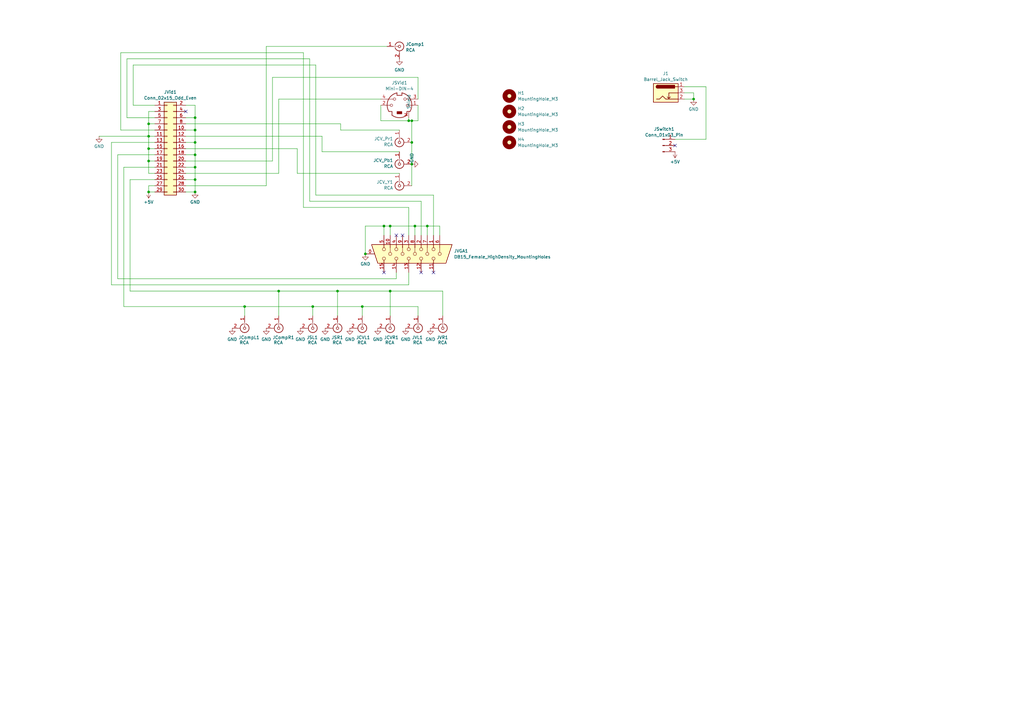
<source format=kicad_sch>
(kicad_sch
	(version 20231120)
	(generator "eeschema")
	(generator_version "8.0")
	(uuid "536d59c6-42d9-45e3-b839-fd9660082f92")
	(paper "A3")
	(lib_symbols
		(symbol "Connector:Barrel_Jack_Switch"
			(pin_names hide)
			(exclude_from_sim no)
			(in_bom yes)
			(on_board yes)
			(property "Reference" "J"
				(at 0 5.334 0)
				(effects
					(font
						(size 1.27 1.27)
					)
				)
			)
			(property "Value" "Barrel_Jack_Switch"
				(at 0 -5.08 0)
				(effects
					(font
						(size 1.27 1.27)
					)
				)
			)
			(property "Footprint" ""
				(at 1.27 -1.016 0)
				(effects
					(font
						(size 1.27 1.27)
					)
					(hide yes)
				)
			)
			(property "Datasheet" "~"
				(at 1.27 -1.016 0)
				(effects
					(font
						(size 1.27 1.27)
					)
					(hide yes)
				)
			)
			(property "Description" "DC Barrel Jack with an internal switch"
				(at 0 0 0)
				(effects
					(font
						(size 1.27 1.27)
					)
					(hide yes)
				)
			)
			(property "ki_keywords" "DC power barrel jack connector"
				(at 0 0 0)
				(effects
					(font
						(size 1.27 1.27)
					)
					(hide yes)
				)
			)
			(property "ki_fp_filters" "BarrelJack*"
				(at 0 0 0)
				(effects
					(font
						(size 1.27 1.27)
					)
					(hide yes)
				)
			)
			(symbol "Barrel_Jack_Switch_0_1"
				(rectangle
					(start -5.08 3.81)
					(end 5.08 -3.81)
					(stroke
						(width 0.254)
						(type default)
					)
					(fill
						(type background)
					)
				)
				(arc
					(start -3.302 3.175)
					(mid -3.9343 2.54)
					(end -3.302 1.905)
					(stroke
						(width 0.254)
						(type default)
					)
					(fill
						(type none)
					)
				)
				(arc
					(start -3.302 3.175)
					(mid -3.9343 2.54)
					(end -3.302 1.905)
					(stroke
						(width 0.254)
						(type default)
					)
					(fill
						(type outline)
					)
				)
				(polyline
					(pts
						(xy 1.27 -2.286) (xy 1.905 -1.651)
					)
					(stroke
						(width 0.254)
						(type default)
					)
					(fill
						(type none)
					)
				)
				(polyline
					(pts
						(xy 5.08 2.54) (xy 3.81 2.54)
					)
					(stroke
						(width 0.254)
						(type default)
					)
					(fill
						(type none)
					)
				)
				(polyline
					(pts
						(xy 5.08 0) (xy 1.27 0) (xy 1.27 -2.286) (xy 0.635 -1.651)
					)
					(stroke
						(width 0.254)
						(type default)
					)
					(fill
						(type none)
					)
				)
				(polyline
					(pts
						(xy -3.81 -2.54) (xy -2.54 -2.54) (xy -1.27 -1.27) (xy 0 -2.54) (xy 2.54 -2.54) (xy 5.08 -2.54)
					)
					(stroke
						(width 0.254)
						(type default)
					)
					(fill
						(type none)
					)
				)
				(rectangle
					(start 3.683 3.175)
					(end -3.302 1.905)
					(stroke
						(width 0.254)
						(type default)
					)
					(fill
						(type outline)
					)
				)
			)
			(symbol "Barrel_Jack_Switch_1_1"
				(pin passive line
					(at 7.62 2.54 180)
					(length 2.54)
					(name "~"
						(effects
							(font
								(size 1.27 1.27)
							)
						)
					)
					(number "1"
						(effects
							(font
								(size 1.27 1.27)
							)
						)
					)
				)
				(pin passive line
					(at 7.62 -2.54 180)
					(length 2.54)
					(name "~"
						(effects
							(font
								(size 1.27 1.27)
							)
						)
					)
					(number "2"
						(effects
							(font
								(size 1.27 1.27)
							)
						)
					)
				)
				(pin passive line
					(at 7.62 0 180)
					(length 2.54)
					(name "~"
						(effects
							(font
								(size 1.27 1.27)
							)
						)
					)
					(number "3"
						(effects
							(font
								(size 1.27 1.27)
							)
						)
					)
				)
			)
		)
		(symbol "Connector:Conn_01x03_Pin"
			(pin_names
				(offset 1.016) hide)
			(exclude_from_sim no)
			(in_bom yes)
			(on_board yes)
			(property "Reference" "J"
				(at 0 5.08 0)
				(effects
					(font
						(size 1.27 1.27)
					)
				)
			)
			(property "Value" "Conn_01x03_Pin"
				(at 0 -5.08 0)
				(effects
					(font
						(size 1.27 1.27)
					)
				)
			)
			(property "Footprint" ""
				(at 0 0 0)
				(effects
					(font
						(size 1.27 1.27)
					)
					(hide yes)
				)
			)
			(property "Datasheet" "~"
				(at 0 0 0)
				(effects
					(font
						(size 1.27 1.27)
					)
					(hide yes)
				)
			)
			(property "Description" "Generic connector, single row, 01x03, script generated"
				(at 0 0 0)
				(effects
					(font
						(size 1.27 1.27)
					)
					(hide yes)
				)
			)
			(property "ki_locked" ""
				(at 0 0 0)
				(effects
					(font
						(size 1.27 1.27)
					)
				)
			)
			(property "ki_keywords" "connector"
				(at 0 0 0)
				(effects
					(font
						(size 1.27 1.27)
					)
					(hide yes)
				)
			)
			(property "ki_fp_filters" "Connector*:*_1x??_*"
				(at 0 0 0)
				(effects
					(font
						(size 1.27 1.27)
					)
					(hide yes)
				)
			)
			(symbol "Conn_01x03_Pin_1_1"
				(polyline
					(pts
						(xy 1.27 -2.54) (xy 0.8636 -2.54)
					)
					(stroke
						(width 0.1524)
						(type default)
					)
					(fill
						(type none)
					)
				)
				(polyline
					(pts
						(xy 1.27 0) (xy 0.8636 0)
					)
					(stroke
						(width 0.1524)
						(type default)
					)
					(fill
						(type none)
					)
				)
				(polyline
					(pts
						(xy 1.27 2.54) (xy 0.8636 2.54)
					)
					(stroke
						(width 0.1524)
						(type default)
					)
					(fill
						(type none)
					)
				)
				(rectangle
					(start 0.8636 -2.413)
					(end 0 -2.667)
					(stroke
						(width 0.1524)
						(type default)
					)
					(fill
						(type outline)
					)
				)
				(rectangle
					(start 0.8636 0.127)
					(end 0 -0.127)
					(stroke
						(width 0.1524)
						(type default)
					)
					(fill
						(type outline)
					)
				)
				(rectangle
					(start 0.8636 2.667)
					(end 0 2.413)
					(stroke
						(width 0.1524)
						(type default)
					)
					(fill
						(type outline)
					)
				)
				(pin passive line
					(at 5.08 2.54 180)
					(length 3.81)
					(name "Pin_1"
						(effects
							(font
								(size 1.27 1.27)
							)
						)
					)
					(number "1"
						(effects
							(font
								(size 1.27 1.27)
							)
						)
					)
				)
				(pin passive line
					(at 5.08 0 180)
					(length 3.81)
					(name "Pin_2"
						(effects
							(font
								(size 1.27 1.27)
							)
						)
					)
					(number "2"
						(effects
							(font
								(size 1.27 1.27)
							)
						)
					)
				)
				(pin passive line
					(at 5.08 -2.54 180)
					(length 3.81)
					(name "Pin_3"
						(effects
							(font
								(size 1.27 1.27)
							)
						)
					)
					(number "3"
						(effects
							(font
								(size 1.27 1.27)
							)
						)
					)
				)
			)
		)
		(symbol "Connector:Conn_Coaxial"
			(pin_names
				(offset 1.016) hide)
			(exclude_from_sim no)
			(in_bom yes)
			(on_board yes)
			(property "Reference" "J"
				(at 0.254 3.048 0)
				(effects
					(font
						(size 1.27 1.27)
					)
				)
			)
			(property "Value" "Conn_Coaxial"
				(at 2.921 0 90)
				(effects
					(font
						(size 1.27 1.27)
					)
				)
			)
			(property "Footprint" ""
				(at 0 0 0)
				(effects
					(font
						(size 1.27 1.27)
					)
					(hide yes)
				)
			)
			(property "Datasheet" " ~"
				(at 0 0 0)
				(effects
					(font
						(size 1.27 1.27)
					)
					(hide yes)
				)
			)
			(property "Description" "coaxial connector (BNC, SMA, SMB, SMC, Cinch/RCA, LEMO, ...)"
				(at 0 0 0)
				(effects
					(font
						(size 1.27 1.27)
					)
					(hide yes)
				)
			)
			(property "ki_keywords" "BNC SMA SMB SMC LEMO coaxial connector CINCH RCA"
				(at 0 0 0)
				(effects
					(font
						(size 1.27 1.27)
					)
					(hide yes)
				)
			)
			(property "ki_fp_filters" "*BNC* *SMA* *SMB* *SMC* *Cinch* *LEMO*"
				(at 0 0 0)
				(effects
					(font
						(size 1.27 1.27)
					)
					(hide yes)
				)
			)
			(symbol "Conn_Coaxial_0_1"
				(arc
					(start -1.778 -0.508)
					(mid 0.222 -1.808)
					(end 1.778 0)
					(stroke
						(width 0.254)
						(type default)
					)
					(fill
						(type none)
					)
				)
				(polyline
					(pts
						(xy -2.54 0) (xy -0.508 0)
					)
					(stroke
						(width 0)
						(type default)
					)
					(fill
						(type none)
					)
				)
				(polyline
					(pts
						(xy 0 -2.54) (xy 0 -1.778)
					)
					(stroke
						(width 0)
						(type default)
					)
					(fill
						(type none)
					)
				)
				(circle
					(center 0 0)
					(radius 0.508)
					(stroke
						(width 0.2032)
						(type default)
					)
					(fill
						(type none)
					)
				)
				(arc
					(start 1.778 0)
					(mid 0.222 1.8083)
					(end -1.778 0.508)
					(stroke
						(width 0.254)
						(type default)
					)
					(fill
						(type none)
					)
				)
			)
			(symbol "Conn_Coaxial_1_1"
				(pin passive line
					(at -5.08 0 0)
					(length 2.54)
					(name "In"
						(effects
							(font
								(size 1.27 1.27)
							)
						)
					)
					(number "1"
						(effects
							(font
								(size 1.27 1.27)
							)
						)
					)
				)
				(pin passive line
					(at 0 -5.08 90)
					(length 2.54)
					(name "Ext"
						(effects
							(font
								(size 1.27 1.27)
							)
						)
					)
					(number "2"
						(effects
							(font
								(size 1.27 1.27)
							)
						)
					)
				)
			)
		)
		(symbol "Connector:DB15_Female_HighDensity_MountingHoles"
			(pin_names
				(offset 1.016) hide)
			(exclude_from_sim no)
			(in_bom yes)
			(on_board yes)
			(property "Reference" "J"
				(at 0 21.59 0)
				(effects
					(font
						(size 1.27 1.27)
					)
				)
			)
			(property "Value" "DB15_Female_HighDensity_MountingHoles"
				(at 0 19.05 0)
				(effects
					(font
						(size 1.27 1.27)
					)
				)
			)
			(property "Footprint" ""
				(at -24.13 10.16 0)
				(effects
					(font
						(size 1.27 1.27)
					)
					(hide yes)
				)
			)
			(property "Datasheet" " ~"
				(at -24.13 10.16 0)
				(effects
					(font
						(size 1.27 1.27)
					)
					(hide yes)
				)
			)
			(property "Description" "15-pin female D-SUB connector, High density (3 columns), Triple Row, Generic, VGA-connector, Mounting Hole"
				(at 0 0 0)
				(effects
					(font
						(size 1.27 1.27)
					)
					(hide yes)
				)
			)
			(property "ki_keywords" "connector db15 female D-SUB VGA"
				(at 0 0 0)
				(effects
					(font
						(size 1.27 1.27)
					)
					(hide yes)
				)
			)
			(property "ki_fp_filters" "DSUB*Female*"
				(at 0 0 0)
				(effects
					(font
						(size 1.27 1.27)
					)
					(hide yes)
				)
			)
			(symbol "DB15_Female_HighDensity_MountingHoles_0_1"
				(circle
					(center -1.905 -10.16)
					(radius 0.635)
					(stroke
						(width 0)
						(type default)
					)
					(fill
						(type none)
					)
				)
				(circle
					(center -1.905 -5.08)
					(radius 0.635)
					(stroke
						(width 0)
						(type default)
					)
					(fill
						(type none)
					)
				)
				(circle
					(center -1.905 0)
					(radius 0.635)
					(stroke
						(width 0)
						(type default)
					)
					(fill
						(type none)
					)
				)
				(circle
					(center -1.905 5.08)
					(radius 0.635)
					(stroke
						(width 0)
						(type default)
					)
					(fill
						(type none)
					)
				)
				(circle
					(center -1.905 10.16)
					(radius 0.635)
					(stroke
						(width 0)
						(type default)
					)
					(fill
						(type none)
					)
				)
				(circle
					(center 0 -7.62)
					(radius 0.635)
					(stroke
						(width 0)
						(type default)
					)
					(fill
						(type none)
					)
				)
				(circle
					(center 0 -2.54)
					(radius 0.635)
					(stroke
						(width 0)
						(type default)
					)
					(fill
						(type none)
					)
				)
				(polyline
					(pts
						(xy -3.175 7.62) (xy -0.635 7.62)
					)
					(stroke
						(width 0)
						(type default)
					)
					(fill
						(type none)
					)
				)
				(polyline
					(pts
						(xy -0.635 -7.62) (xy -3.175 -7.62)
					)
					(stroke
						(width 0)
						(type default)
					)
					(fill
						(type none)
					)
				)
				(polyline
					(pts
						(xy -0.635 -2.54) (xy -3.175 -2.54)
					)
					(stroke
						(width 0)
						(type default)
					)
					(fill
						(type none)
					)
				)
				(polyline
					(pts
						(xy -0.635 2.54) (xy -3.175 2.54)
					)
					(stroke
						(width 0)
						(type default)
					)
					(fill
						(type none)
					)
				)
				(polyline
					(pts
						(xy -0.635 12.7) (xy -3.175 12.7)
					)
					(stroke
						(width 0)
						(type default)
					)
					(fill
						(type none)
					)
				)
				(polyline
					(pts
						(xy -3.81 17.78) (xy -3.81 -15.24) (xy 3.81 -12.7) (xy 3.81 15.24) (xy -3.81 17.78)
					)
					(stroke
						(width 0.254)
						(type default)
					)
					(fill
						(type background)
					)
				)
				(circle
					(center 0 2.54)
					(radius 0.635)
					(stroke
						(width 0)
						(type default)
					)
					(fill
						(type none)
					)
				)
				(circle
					(center 0 7.62)
					(radius 0.635)
					(stroke
						(width 0)
						(type default)
					)
					(fill
						(type none)
					)
				)
				(circle
					(center 0 12.7)
					(radius 0.635)
					(stroke
						(width 0)
						(type default)
					)
					(fill
						(type none)
					)
				)
				(circle
					(center 1.905 -10.16)
					(radius 0.635)
					(stroke
						(width 0)
						(type default)
					)
					(fill
						(type none)
					)
				)
				(circle
					(center 1.905 -5.08)
					(radius 0.635)
					(stroke
						(width 0)
						(type default)
					)
					(fill
						(type none)
					)
				)
				(circle
					(center 1.905 0)
					(radius 0.635)
					(stroke
						(width 0)
						(type default)
					)
					(fill
						(type none)
					)
				)
				(circle
					(center 1.905 5.08)
					(radius 0.635)
					(stroke
						(width 0)
						(type default)
					)
					(fill
						(type none)
					)
				)
				(circle
					(center 1.905 10.16)
					(radius 0.635)
					(stroke
						(width 0)
						(type default)
					)
					(fill
						(type none)
					)
				)
			)
			(symbol "DB15_Female_HighDensity_MountingHoles_1_1"
				(pin passive line
					(at 0 -17.78 90)
					(length 3.81)
					(name "~"
						(effects
							(font
								(size 1.27 1.27)
							)
						)
					)
					(number "0"
						(effects
							(font
								(size 1.27 1.27)
							)
						)
					)
				)
				(pin passive line
					(at -7.62 10.16 0)
					(length 5.08)
					(name "~"
						(effects
							(font
								(size 1.27 1.27)
							)
						)
					)
					(number "1"
						(effects
							(font
								(size 1.27 1.27)
							)
						)
					)
				)
				(pin passive line
					(at -7.62 -7.62 0)
					(length 5.08)
					(name "~"
						(effects
							(font
								(size 1.27 1.27)
							)
						)
					)
					(number "10"
						(effects
							(font
								(size 1.27 1.27)
							)
						)
					)
				)
				(pin passive line
					(at 7.62 10.16 180)
					(length 5.08)
					(name "~"
						(effects
							(font
								(size 1.27 1.27)
							)
						)
					)
					(number "11"
						(effects
							(font
								(size 1.27 1.27)
							)
						)
					)
				)
				(pin passive line
					(at 7.62 5.08 180)
					(length 5.08)
					(name "~"
						(effects
							(font
								(size 1.27 1.27)
							)
						)
					)
					(number "12"
						(effects
							(font
								(size 1.27 1.27)
							)
						)
					)
				)
				(pin passive line
					(at 7.62 0 180)
					(length 5.08)
					(name "~"
						(effects
							(font
								(size 1.27 1.27)
							)
						)
					)
					(number "13"
						(effects
							(font
								(size 1.27 1.27)
							)
						)
					)
				)
				(pin passive line
					(at 7.62 -5.08 180)
					(length 5.08)
					(name "~"
						(effects
							(font
								(size 1.27 1.27)
							)
						)
					)
					(number "14"
						(effects
							(font
								(size 1.27 1.27)
							)
						)
					)
				)
				(pin passive line
					(at 7.62 -10.16 180)
					(length 5.08)
					(name "~"
						(effects
							(font
								(size 1.27 1.27)
							)
						)
					)
					(number "15"
						(effects
							(font
								(size 1.27 1.27)
							)
						)
					)
				)
				(pin passive line
					(at -7.62 5.08 0)
					(length 5.08)
					(name "~"
						(effects
							(font
								(size 1.27 1.27)
							)
						)
					)
					(number "2"
						(effects
							(font
								(size 1.27 1.27)
							)
						)
					)
				)
				(pin passive line
					(at -7.62 0 0)
					(length 5.08)
					(name "~"
						(effects
							(font
								(size 1.27 1.27)
							)
						)
					)
					(number "3"
						(effects
							(font
								(size 1.27 1.27)
							)
						)
					)
				)
				(pin passive line
					(at -7.62 -5.08 0)
					(length 5.08)
					(name "~"
						(effects
							(font
								(size 1.27 1.27)
							)
						)
					)
					(number "4"
						(effects
							(font
								(size 1.27 1.27)
							)
						)
					)
				)
				(pin passive line
					(at -7.62 -10.16 0)
					(length 5.08)
					(name "~"
						(effects
							(font
								(size 1.27 1.27)
							)
						)
					)
					(number "5"
						(effects
							(font
								(size 1.27 1.27)
							)
						)
					)
				)
				(pin passive line
					(at -7.62 12.7 0)
					(length 5.08)
					(name "~"
						(effects
							(font
								(size 1.27 1.27)
							)
						)
					)
					(number "6"
						(effects
							(font
								(size 1.27 1.27)
							)
						)
					)
				)
				(pin passive line
					(at -7.62 7.62 0)
					(length 5.08)
					(name "~"
						(effects
							(font
								(size 1.27 1.27)
							)
						)
					)
					(number "7"
						(effects
							(font
								(size 1.27 1.27)
							)
						)
					)
				)
				(pin passive line
					(at -7.62 2.54 0)
					(length 5.08)
					(name "~"
						(effects
							(font
								(size 1.27 1.27)
							)
						)
					)
					(number "8"
						(effects
							(font
								(size 1.27 1.27)
							)
						)
					)
				)
				(pin passive line
					(at -7.62 -2.54 0)
					(length 5.08)
					(name "~"
						(effects
							(font
								(size 1.27 1.27)
							)
						)
					)
					(number "9"
						(effects
							(font
								(size 1.27 1.27)
							)
						)
					)
				)
			)
		)
		(symbol "Connector:Mini-DIN-4"
			(pin_names
				(offset 1.016)
			)
			(exclude_from_sim no)
			(in_bom yes)
			(on_board yes)
			(property "Reference" "JSVid1"
				(at 0.0178 9.2245 0)
				(effects
					(font
						(size 1.27 1.27)
					)
				)
			)
			(property "Value" "Mini-DIN-4"
				(at 0.0178 6.8002 0)
				(effects
					(font
						(size 1.27 1.27)
					)
				)
			)
			(property "Footprint" "CheshBits:Mini DIN 4 (Vertical)"
				(at 0 0 0)
				(effects
					(font
						(size 1.27 1.27)
					)
					(hide yes)
				)
			)
			(property "Datasheet" "http://service.powerdynamics.com/ec/Catalog17/Section%2011.pdf"
				(at 0 0 0)
				(effects
					(font
						(size 1.27 1.27)
					)
					(hide yes)
				)
			)
			(property "Description" ""
				(at 0 0 0)
				(effects
					(font
						(size 1.27 1.27)
					)
					(hide yes)
				)
			)
			(property "ki_keywords" "Mini-DIN"
				(at 0 0 0)
				(effects
					(font
						(size 1.27 1.27)
					)
					(hide yes)
				)
			)
			(property "ki_fp_filters" "MINI?DIN*"
				(at 0 0 0)
				(effects
					(font
						(size 1.27 1.27)
					)
					(hide yes)
				)
			)
			(symbol "Mini-DIN-4_0_1"
				(circle
					(center -3.302 0)
					(radius 0.508)
					(stroke
						(width 0)
						(type default)
					)
					(fill
						(type none)
					)
				)
				(arc
					(start -3.048 -4.064)
					(mid 0 -5.08)
					(end 3.048 -4.064)
					(stroke
						(width 0.254)
						(type default)
					)
					(fill
						(type none)
					)
				)
				(circle
					(center -2.032 2.54)
					(radius 0.508)
					(stroke
						(width 0)
						(type default)
					)
					(fill
						(type none)
					)
				)
				(rectangle
					(start -1.016 -2.54)
					(end 1.016 -3.556)
					(stroke
						(width 0)
						(type default)
					)
					(fill
						(type outline)
					)
				)
				(arc
					(start -1.016 5.08)
					(mid -4.6243 2.1182)
					(end -4.318 -2.54)
					(stroke
						(width 0.254)
						(type default)
					)
					(fill
						(type none)
					)
				)
				(polyline
					(pts
						(xy -3.81 0) (xy -5.08 0)
					)
					(stroke
						(width 0)
						(type default)
					)
					(fill
						(type none)
					)
				)
				(polyline
					(pts
						(xy -2.54 2.54) (xy -5.08 2.54)
					)
					(stroke
						(width 0)
						(type default)
					)
					(fill
						(type none)
					)
				)
				(polyline
					(pts
						(xy 2.794 2.54) (xy 5.08 2.54)
					)
					(stroke
						(width 0)
						(type default)
					)
					(fill
						(type none)
					)
				)
				(polyline
					(pts
						(xy 5.08 0) (xy 3.81 0)
					)
					(stroke
						(width 0)
						(type default)
					)
					(fill
						(type none)
					)
				)
				(polyline
					(pts
						(xy -4.318 -2.54) (xy -3.048 -2.54) (xy -3.048 -4.064)
					)
					(stroke
						(width 0.254)
						(type default)
					)
					(fill
						(type none)
					)
				)
				(polyline
					(pts
						(xy 4.318 -2.54) (xy 3.048 -2.54) (xy 3.048 -4.064)
					)
					(stroke
						(width 0.254)
						(type default)
					)
					(fill
						(type none)
					)
				)
				(polyline
					(pts
						(xy -1.016 5.08) (xy -1.016 4.064) (xy 1.016 4.064) (xy 1.016 5.08)
					)
					(stroke
						(width 0.254)
						(type default)
					)
					(fill
						(type none)
					)
				)
				(circle
					(center 2.286 2.54)
					(radius 0.508)
					(stroke
						(width 0)
						(type default)
					)
					(fill
						(type none)
					)
				)
				(circle
					(center 3.302 0)
					(radius 0.508)
					(stroke
						(width 0)
						(type default)
					)
					(fill
						(type none)
					)
				)
				(arc
					(start 4.318 -2.54)
					(mid 4.6646 2.1357)
					(end 1.016 5.08)
					(stroke
						(width 0.254)
						(type default)
					)
					(fill
						(type none)
					)
				)
			)
			(symbol "Mini-DIN-4_1_1"
				(pin passive line
					(at 7.62 0 180)
					(length 2.54)
					(name "~"
						(effects
							(font
								(size 1.27 1.27)
							)
						)
					)
					(number "1"
						(effects
							(font
								(size 1.27 1.27)
							)
						)
					)
				)
				(pin passive line
					(at -7.62 0 0)
					(length 2.54)
					(name "~"
						(effects
							(font
								(size 1.27 1.27)
							)
						)
					)
					(number "2"
						(effects
							(font
								(size 1.27 1.27)
							)
						)
					)
				)
				(pin passive line
					(at 7.62 2.54 180)
					(length 2.54)
					(name "~"
						(effects
							(font
								(size 1.27 1.27)
							)
						)
					)
					(number "3"
						(effects
							(font
								(size 1.27 1.27)
							)
						)
					)
				)
				(pin passive line
					(at -7.62 2.54 0)
					(length 2.54)
					(name "~"
						(effects
							(font
								(size 1.27 1.27)
							)
						)
					)
					(number "4"
						(effects
							(font
								(size 1.27 1.27)
							)
						)
					)
				)
				(pin passive line
					(at 3.81 -5.08 90)
					(length 2.54)
					(name "Shield"
						(effects
							(font
								(size 1.27 1.27)
							)
						)
					)
					(number "M"
						(effects
							(font
								(size 1.27 1.27)
							)
						)
					)
				)
			)
		)
		(symbol "Connector_Generic:Conn_02x15_Odd_Even"
			(pin_names
				(offset 1.016) hide)
			(exclude_from_sim no)
			(in_bom yes)
			(on_board yes)
			(property "Reference" "J"
				(at 1.27 20.32 0)
				(effects
					(font
						(size 1.27 1.27)
					)
				)
			)
			(property "Value" "Conn_02x15_Odd_Even"
				(at 1.27 -20.32 0)
				(effects
					(font
						(size 1.27 1.27)
					)
				)
			)
			(property "Footprint" ""
				(at 0 0 0)
				(effects
					(font
						(size 1.27 1.27)
					)
					(hide yes)
				)
			)
			(property "Datasheet" "~"
				(at 0 0 0)
				(effects
					(font
						(size 1.27 1.27)
					)
					(hide yes)
				)
			)
			(property "Description" "Generic connector, double row, 02x15, odd/even pin numbering scheme (row 1 odd numbers, row 2 even numbers), script generated (kicad-library-utils/schlib/autogen/connector/)"
				(at 0 0 0)
				(effects
					(font
						(size 1.27 1.27)
					)
					(hide yes)
				)
			)
			(property "ki_keywords" "connector"
				(at 0 0 0)
				(effects
					(font
						(size 1.27 1.27)
					)
					(hide yes)
				)
			)
			(property "ki_fp_filters" "Connector*:*_2x??_*"
				(at 0 0 0)
				(effects
					(font
						(size 1.27 1.27)
					)
					(hide yes)
				)
			)
			(symbol "Conn_02x15_Odd_Even_1_1"
				(rectangle
					(start -1.27 -17.653)
					(end 0 -17.907)
					(stroke
						(width 0.1524)
						(type default)
					)
					(fill
						(type none)
					)
				)
				(rectangle
					(start -1.27 -15.113)
					(end 0 -15.367)
					(stroke
						(width 0.1524)
						(type default)
					)
					(fill
						(type none)
					)
				)
				(rectangle
					(start -1.27 -12.573)
					(end 0 -12.827)
					(stroke
						(width 0.1524)
						(type default)
					)
					(fill
						(type none)
					)
				)
				(rectangle
					(start -1.27 -10.033)
					(end 0 -10.287)
					(stroke
						(width 0.1524)
						(type default)
					)
					(fill
						(type none)
					)
				)
				(rectangle
					(start -1.27 -7.493)
					(end 0 -7.747)
					(stroke
						(width 0.1524)
						(type default)
					)
					(fill
						(type none)
					)
				)
				(rectangle
					(start -1.27 -4.953)
					(end 0 -5.207)
					(stroke
						(width 0.1524)
						(type default)
					)
					(fill
						(type none)
					)
				)
				(rectangle
					(start -1.27 -2.413)
					(end 0 -2.667)
					(stroke
						(width 0.1524)
						(type default)
					)
					(fill
						(type none)
					)
				)
				(rectangle
					(start -1.27 0.127)
					(end 0 -0.127)
					(stroke
						(width 0.1524)
						(type default)
					)
					(fill
						(type none)
					)
				)
				(rectangle
					(start -1.27 2.667)
					(end 0 2.413)
					(stroke
						(width 0.1524)
						(type default)
					)
					(fill
						(type none)
					)
				)
				(rectangle
					(start -1.27 5.207)
					(end 0 4.953)
					(stroke
						(width 0.1524)
						(type default)
					)
					(fill
						(type none)
					)
				)
				(rectangle
					(start -1.27 7.747)
					(end 0 7.493)
					(stroke
						(width 0.1524)
						(type default)
					)
					(fill
						(type none)
					)
				)
				(rectangle
					(start -1.27 10.287)
					(end 0 10.033)
					(stroke
						(width 0.1524)
						(type default)
					)
					(fill
						(type none)
					)
				)
				(rectangle
					(start -1.27 12.827)
					(end 0 12.573)
					(stroke
						(width 0.1524)
						(type default)
					)
					(fill
						(type none)
					)
				)
				(rectangle
					(start -1.27 15.367)
					(end 0 15.113)
					(stroke
						(width 0.1524)
						(type default)
					)
					(fill
						(type none)
					)
				)
				(rectangle
					(start -1.27 17.907)
					(end 0 17.653)
					(stroke
						(width 0.1524)
						(type default)
					)
					(fill
						(type none)
					)
				)
				(rectangle
					(start -1.27 19.05)
					(end 3.81 -19.05)
					(stroke
						(width 0.254)
						(type default)
					)
					(fill
						(type background)
					)
				)
				(rectangle
					(start 3.81 -17.653)
					(end 2.54 -17.907)
					(stroke
						(width 0.1524)
						(type default)
					)
					(fill
						(type none)
					)
				)
				(rectangle
					(start 3.81 -15.113)
					(end 2.54 -15.367)
					(stroke
						(width 0.1524)
						(type default)
					)
					(fill
						(type none)
					)
				)
				(rectangle
					(start 3.81 -12.573)
					(end 2.54 -12.827)
					(stroke
						(width 0.1524)
						(type default)
					)
					(fill
						(type none)
					)
				)
				(rectangle
					(start 3.81 -10.033)
					(end 2.54 -10.287)
					(stroke
						(width 0.1524)
						(type default)
					)
					(fill
						(type none)
					)
				)
				(rectangle
					(start 3.81 -7.493)
					(end 2.54 -7.747)
					(stroke
						(width 0.1524)
						(type default)
					)
					(fill
						(type none)
					)
				)
				(rectangle
					(start 3.81 -4.953)
					(end 2.54 -5.207)
					(stroke
						(width 0.1524)
						(type default)
					)
					(fill
						(type none)
					)
				)
				(rectangle
					(start 3.81 -2.413)
					(end 2.54 -2.667)
					(stroke
						(width 0.1524)
						(type default)
					)
					(fill
						(type none)
					)
				)
				(rectangle
					(start 3.81 0.127)
					(end 2.54 -0.127)
					(stroke
						(width 0.1524)
						(type default)
					)
					(fill
						(type none)
					)
				)
				(rectangle
					(start 3.81 2.667)
					(end 2.54 2.413)
					(stroke
						(width 0.1524)
						(type default)
					)
					(fill
						(type none)
					)
				)
				(rectangle
					(start 3.81 5.207)
					(end 2.54 4.953)
					(stroke
						(width 0.1524)
						(type default)
					)
					(fill
						(type none)
					)
				)
				(rectangle
					(start 3.81 7.747)
					(end 2.54 7.493)
					(stroke
						(width 0.1524)
						(type default)
					)
					(fill
						(type none)
					)
				)
				(rectangle
					(start 3.81 10.287)
					(end 2.54 10.033)
					(stroke
						(width 0.1524)
						(type default)
					)
					(fill
						(type none)
					)
				)
				(rectangle
					(start 3.81 12.827)
					(end 2.54 12.573)
					(stroke
						(width 0.1524)
						(type default)
					)
					(fill
						(type none)
					)
				)
				(rectangle
					(start 3.81 15.367)
					(end 2.54 15.113)
					(stroke
						(width 0.1524)
						(type default)
					)
					(fill
						(type none)
					)
				)
				(rectangle
					(start 3.81 17.907)
					(end 2.54 17.653)
					(stroke
						(width 0.1524)
						(type default)
					)
					(fill
						(type none)
					)
				)
				(pin passive line
					(at -5.08 17.78 0)
					(length 3.81)
					(name "Pin_1"
						(effects
							(font
								(size 1.27 1.27)
							)
						)
					)
					(number "1"
						(effects
							(font
								(size 1.27 1.27)
							)
						)
					)
				)
				(pin passive line
					(at 7.62 7.62 180)
					(length 3.81)
					(name "Pin_10"
						(effects
							(font
								(size 1.27 1.27)
							)
						)
					)
					(number "10"
						(effects
							(font
								(size 1.27 1.27)
							)
						)
					)
				)
				(pin passive line
					(at -5.08 5.08 0)
					(length 3.81)
					(name "Pin_11"
						(effects
							(font
								(size 1.27 1.27)
							)
						)
					)
					(number "11"
						(effects
							(font
								(size 1.27 1.27)
							)
						)
					)
				)
				(pin passive line
					(at 7.62 5.08 180)
					(length 3.81)
					(name "Pin_12"
						(effects
							(font
								(size 1.27 1.27)
							)
						)
					)
					(number "12"
						(effects
							(font
								(size 1.27 1.27)
							)
						)
					)
				)
				(pin passive line
					(at -5.08 2.54 0)
					(length 3.81)
					(name "Pin_13"
						(effects
							(font
								(size 1.27 1.27)
							)
						)
					)
					(number "13"
						(effects
							(font
								(size 1.27 1.27)
							)
						)
					)
				)
				(pin passive line
					(at 7.62 2.54 180)
					(length 3.81)
					(name "Pin_14"
						(effects
							(font
								(size 1.27 1.27)
							)
						)
					)
					(number "14"
						(effects
							(font
								(size 1.27 1.27)
							)
						)
					)
				)
				(pin passive line
					(at -5.08 0 0)
					(length 3.81)
					(name "Pin_15"
						(effects
							(font
								(size 1.27 1.27)
							)
						)
					)
					(number "15"
						(effects
							(font
								(size 1.27 1.27)
							)
						)
					)
				)
				(pin passive line
					(at 7.62 0 180)
					(length 3.81)
					(name "Pin_16"
						(effects
							(font
								(size 1.27 1.27)
							)
						)
					)
					(number "16"
						(effects
							(font
								(size 1.27 1.27)
							)
						)
					)
				)
				(pin passive line
					(at -5.08 -2.54 0)
					(length 3.81)
					(name "Pin_17"
						(effects
							(font
								(size 1.27 1.27)
							)
						)
					)
					(number "17"
						(effects
							(font
								(size 1.27 1.27)
							)
						)
					)
				)
				(pin passive line
					(at 7.62 -2.54 180)
					(length 3.81)
					(name "Pin_18"
						(effects
							(font
								(size 1.27 1.27)
							)
						)
					)
					(number "18"
						(effects
							(font
								(size 1.27 1.27)
							)
						)
					)
				)
				(pin passive line
					(at -5.08 -5.08 0)
					(length 3.81)
					(name "Pin_19"
						(effects
							(font
								(size 1.27 1.27)
							)
						)
					)
					(number "19"
						(effects
							(font
								(size 1.27 1.27)
							)
						)
					)
				)
				(pin passive line
					(at 7.62 17.78 180)
					(length 3.81)
					(name "Pin_2"
						(effects
							(font
								(size 1.27 1.27)
							)
						)
					)
					(number "2"
						(effects
							(font
								(size 1.27 1.27)
							)
						)
					)
				)
				(pin passive line
					(at 7.62 -5.08 180)
					(length 3.81)
					(name "Pin_20"
						(effects
							(font
								(size 1.27 1.27)
							)
						)
					)
					(number "20"
						(effects
							(font
								(size 1.27 1.27)
							)
						)
					)
				)
				(pin passive line
					(at -5.08 -7.62 0)
					(length 3.81)
					(name "Pin_21"
						(effects
							(font
								(size 1.27 1.27)
							)
						)
					)
					(number "21"
						(effects
							(font
								(size 1.27 1.27)
							)
						)
					)
				)
				(pin passive line
					(at 7.62 -7.62 180)
					(length 3.81)
					(name "Pin_22"
						(effects
							(font
								(size 1.27 1.27)
							)
						)
					)
					(number "22"
						(effects
							(font
								(size 1.27 1.27)
							)
						)
					)
				)
				(pin passive line
					(at -5.08 -10.16 0)
					(length 3.81)
					(name "Pin_23"
						(effects
							(font
								(size 1.27 1.27)
							)
						)
					)
					(number "23"
						(effects
							(font
								(size 1.27 1.27)
							)
						)
					)
				)
				(pin passive line
					(at 7.62 -10.16 180)
					(length 3.81)
					(name "Pin_24"
						(effects
							(font
								(size 1.27 1.27)
							)
						)
					)
					(number "24"
						(effects
							(font
								(size 1.27 1.27)
							)
						)
					)
				)
				(pin passive line
					(at -5.08 -12.7 0)
					(length 3.81)
					(name "Pin_25"
						(effects
							(font
								(size 1.27 1.27)
							)
						)
					)
					(number "25"
						(effects
							(font
								(size 1.27 1.27)
							)
						)
					)
				)
				(pin passive line
					(at 7.62 -12.7 180)
					(length 3.81)
					(name "Pin_26"
						(effects
							(font
								(size 1.27 1.27)
							)
						)
					)
					(number "26"
						(effects
							(font
								(size 1.27 1.27)
							)
						)
					)
				)
				(pin passive line
					(at -5.08 -15.24 0)
					(length 3.81)
					(name "Pin_27"
						(effects
							(font
								(size 1.27 1.27)
							)
						)
					)
					(number "27"
						(effects
							(font
								(size 1.27 1.27)
							)
						)
					)
				)
				(pin passive line
					(at 7.62 -15.24 180)
					(length 3.81)
					(name "Pin_28"
						(effects
							(font
								(size 1.27 1.27)
							)
						)
					)
					(number "28"
						(effects
							(font
								(size 1.27 1.27)
							)
						)
					)
				)
				(pin passive line
					(at -5.08 -17.78 0)
					(length 3.81)
					(name "Pin_29"
						(effects
							(font
								(size 1.27 1.27)
							)
						)
					)
					(number "29"
						(effects
							(font
								(size 1.27 1.27)
							)
						)
					)
				)
				(pin passive line
					(at -5.08 15.24 0)
					(length 3.81)
					(name "Pin_3"
						(effects
							(font
								(size 1.27 1.27)
							)
						)
					)
					(number "3"
						(effects
							(font
								(size 1.27 1.27)
							)
						)
					)
				)
				(pin passive line
					(at 7.62 -17.78 180)
					(length 3.81)
					(name "Pin_30"
						(effects
							(font
								(size 1.27 1.27)
							)
						)
					)
					(number "30"
						(effects
							(font
								(size 1.27 1.27)
							)
						)
					)
				)
				(pin passive line
					(at 7.62 15.24 180)
					(length 3.81)
					(name "Pin_4"
						(effects
							(font
								(size 1.27 1.27)
							)
						)
					)
					(number "4"
						(effects
							(font
								(size 1.27 1.27)
							)
						)
					)
				)
				(pin passive line
					(at -5.08 12.7 0)
					(length 3.81)
					(name "Pin_5"
						(effects
							(font
								(size 1.27 1.27)
							)
						)
					)
					(number "5"
						(effects
							(font
								(size 1.27 1.27)
							)
						)
					)
				)
				(pin passive line
					(at 7.62 12.7 180)
					(length 3.81)
					(name "Pin_6"
						(effects
							(font
								(size 1.27 1.27)
							)
						)
					)
					(number "6"
						(effects
							(font
								(size 1.27 1.27)
							)
						)
					)
				)
				(pin passive line
					(at -5.08 10.16 0)
					(length 3.81)
					(name "Pin_7"
						(effects
							(font
								(size 1.27 1.27)
							)
						)
					)
					(number "7"
						(effects
							(font
								(size 1.27 1.27)
							)
						)
					)
				)
				(pin passive line
					(at 7.62 10.16 180)
					(length 3.81)
					(name "Pin_8"
						(effects
							(font
								(size 1.27 1.27)
							)
						)
					)
					(number "8"
						(effects
							(font
								(size 1.27 1.27)
							)
						)
					)
				)
				(pin passive line
					(at -5.08 7.62 0)
					(length 3.81)
					(name "Pin_9"
						(effects
							(font
								(size 1.27 1.27)
							)
						)
					)
					(number "9"
						(effects
							(font
								(size 1.27 1.27)
							)
						)
					)
				)
			)
		)
		(symbol "GND_1"
			(power)
			(pin_names
				(offset 0)
			)
			(exclude_from_sim no)
			(in_bom yes)
			(on_board yes)
			(property "Reference" "#PWR"
				(at 0 -6.35 0)
				(effects
					(font
						(size 1.27 1.27)
					)
					(hide yes)
				)
			)
			(property "Value" "GND_1"
				(at 0 -3.81 0)
				(effects
					(font
						(size 1.27 1.27)
					)
				)
			)
			(property "Footprint" ""
				(at 0 0 0)
				(effects
					(font
						(size 1.27 1.27)
					)
					(hide yes)
				)
			)
			(property "Datasheet" ""
				(at 0 0 0)
				(effects
					(font
						(size 1.27 1.27)
					)
					(hide yes)
				)
			)
			(property "Description" "Power symbol creates a global label with name \"GND\" , ground"
				(at 0 0 0)
				(effects
					(font
						(size 1.27 1.27)
					)
					(hide yes)
				)
			)
			(property "ki_keywords" "power-flag"
				(at 0 0 0)
				(effects
					(font
						(size 1.27 1.27)
					)
					(hide yes)
				)
			)
			(symbol "GND_1_0_1"
				(polyline
					(pts
						(xy 0 0) (xy 0 -1.27) (xy 1.27 -1.27) (xy 0 -2.54) (xy -1.27 -1.27) (xy 0 -1.27)
					)
					(stroke
						(width 0)
						(type default)
					)
					(fill
						(type none)
					)
				)
			)
			(symbol "GND_1_1_1"
				(pin power_in line
					(at 0 0 270)
					(length 0) hide
					(name "GND"
						(effects
							(font
								(size 1.27 1.27)
							)
						)
					)
					(number "1"
						(effects
							(font
								(size 1.27 1.27)
							)
						)
					)
				)
			)
		)
		(symbol "GND_2"
			(power)
			(pin_numbers hide)
			(pin_names
				(offset 0) hide)
			(exclude_from_sim no)
			(in_bom yes)
			(on_board yes)
			(property "Reference" "#PWR"
				(at 0 -6.35 0)
				(effects
					(font
						(size 1.27 1.27)
					)
					(hide yes)
				)
			)
			(property "Value" "GND"
				(at 0 -3.81 0)
				(effects
					(font
						(size 1.27 1.27)
					)
				)
			)
			(property "Footprint" ""
				(at 0 0 0)
				(effects
					(font
						(size 1.27 1.27)
					)
					(hide yes)
				)
			)
			(property "Datasheet" ""
				(at 0 0 0)
				(effects
					(font
						(size 1.27 1.27)
					)
					(hide yes)
				)
			)
			(property "Description" "Power symbol creates a global label with name \"GND\" , ground"
				(at 0 0 0)
				(effects
					(font
						(size 1.27 1.27)
					)
					(hide yes)
				)
			)
			(property "ki_keywords" "global power"
				(at 0 0 0)
				(effects
					(font
						(size 1.27 1.27)
					)
					(hide yes)
				)
			)
			(symbol "GND_2_0_1"
				(polyline
					(pts
						(xy 0 0) (xy 0 -1.27) (xy 1.27 -1.27) (xy 0 -2.54) (xy -1.27 -1.27) (xy 0 -1.27)
					)
					(stroke
						(width 0)
						(type default)
					)
					(fill
						(type none)
					)
				)
			)
			(symbol "GND_2_1_1"
				(pin power_in line
					(at 0 0 270)
					(length 0)
					(name "~"
						(effects
							(font
								(size 1.27 1.27)
							)
						)
					)
					(number "1"
						(effects
							(font
								(size 1.27 1.27)
							)
						)
					)
				)
			)
		)
		(symbol "GND_3"
			(power)
			(pin_names
				(offset 0)
			)
			(exclude_from_sim no)
			(in_bom yes)
			(on_board yes)
			(property "Reference" "#PWR"
				(at 0 -6.35 0)
				(effects
					(font
						(size 1.27 1.27)
					)
					(hide yes)
				)
			)
			(property "Value" "GND_3"
				(at 0 -3.81 0)
				(effects
					(font
						(size 1.27 1.27)
					)
				)
			)
			(property "Footprint" ""
				(at 0 0 0)
				(effects
					(font
						(size 1.27 1.27)
					)
					(hide yes)
				)
			)
			(property "Datasheet" ""
				(at 0 0 0)
				(effects
					(font
						(size 1.27 1.27)
					)
					(hide yes)
				)
			)
			(property "Description" "Power symbol creates a global label with name \"GND\" , ground"
				(at 0 0 0)
				(effects
					(font
						(size 1.27 1.27)
					)
					(hide yes)
				)
			)
			(property "ki_keywords" "power-flag"
				(at 0 0 0)
				(effects
					(font
						(size 1.27 1.27)
					)
					(hide yes)
				)
			)
			(symbol "GND_3_0_1"
				(polyline
					(pts
						(xy 0 0) (xy 0 -1.27) (xy 1.27 -1.27) (xy 0 -2.54) (xy -1.27 -1.27) (xy 0 -1.27)
					)
					(stroke
						(width 0)
						(type default)
					)
					(fill
						(type none)
					)
				)
			)
			(symbol "GND_3_1_1"
				(pin power_in line
					(at 0 0 270)
					(length 0) hide
					(name "GND"
						(effects
							(font
								(size 1.27 1.27)
							)
						)
					)
					(number "1"
						(effects
							(font
								(size 1.27 1.27)
							)
						)
					)
				)
			)
		)
		(symbol "GND_4"
			(power)
			(pin_numbers hide)
			(pin_names
				(offset 0) hide)
			(exclude_from_sim no)
			(in_bom yes)
			(on_board yes)
			(property "Reference" "#PWR"
				(at 0 -6.35 0)
				(effects
					(font
						(size 1.27 1.27)
					)
					(hide yes)
				)
			)
			(property "Value" "GND"
				(at 0 -3.81 0)
				(effects
					(font
						(size 1.27 1.27)
					)
				)
			)
			(property "Footprint" ""
				(at 0 0 0)
				(effects
					(font
						(size 1.27 1.27)
					)
					(hide yes)
				)
			)
			(property "Datasheet" ""
				(at 0 0 0)
				(effects
					(font
						(size 1.27 1.27)
					)
					(hide yes)
				)
			)
			(property "Description" "Power symbol creates a global label with name \"GND\" , ground"
				(at 0 0 0)
				(effects
					(font
						(size 1.27 1.27)
					)
					(hide yes)
				)
			)
			(property "ki_keywords" "global power"
				(at 0 0 0)
				(effects
					(font
						(size 1.27 1.27)
					)
					(hide yes)
				)
			)
			(symbol "GND_4_0_1"
				(polyline
					(pts
						(xy 0 0) (xy 0 -1.27) (xy 1.27 -1.27) (xy 0 -2.54) (xy -1.27 -1.27) (xy 0 -1.27)
					)
					(stroke
						(width 0)
						(type default)
					)
					(fill
						(type none)
					)
				)
			)
			(symbol "GND_4_1_1"
				(pin power_in line
					(at 0 0 270)
					(length 0)
					(name "~"
						(effects
							(font
								(size 1.27 1.27)
							)
						)
					)
					(number "1"
						(effects
							(font
								(size 1.27 1.27)
							)
						)
					)
				)
			)
		)
		(symbol "GND_5"
			(power)
			(pin_numbers hide)
			(pin_names
				(offset 0) hide)
			(exclude_from_sim no)
			(in_bom yes)
			(on_board yes)
			(property "Reference" "#PWR"
				(at 0 -6.35 0)
				(effects
					(font
						(size 1.27 1.27)
					)
					(hide yes)
				)
			)
			(property "Value" "GND"
				(at 0 -3.81 0)
				(effects
					(font
						(size 1.27 1.27)
					)
				)
			)
			(property "Footprint" ""
				(at 0 0 0)
				(effects
					(font
						(size 1.27 1.27)
					)
					(hide yes)
				)
			)
			(property "Datasheet" ""
				(at 0 0 0)
				(effects
					(font
						(size 1.27 1.27)
					)
					(hide yes)
				)
			)
			(property "Description" "Power symbol creates a global label with name \"GND\" , ground"
				(at 0 0 0)
				(effects
					(font
						(size 1.27 1.27)
					)
					(hide yes)
				)
			)
			(property "ki_keywords" "global power"
				(at 0 0 0)
				(effects
					(font
						(size 1.27 1.27)
					)
					(hide yes)
				)
			)
			(symbol "GND_5_0_1"
				(polyline
					(pts
						(xy 0 0) (xy 0 -1.27) (xy 1.27 -1.27) (xy 0 -2.54) (xy -1.27 -1.27) (xy 0 -1.27)
					)
					(stroke
						(width 0)
						(type default)
					)
					(fill
						(type none)
					)
				)
			)
			(symbol "GND_5_1_1"
				(pin power_in line
					(at 0 0 270)
					(length 0)
					(name "~"
						(effects
							(font
								(size 1.27 1.27)
							)
						)
					)
					(number "1"
						(effects
							(font
								(size 1.27 1.27)
							)
						)
					)
				)
			)
		)
		(symbol "GND_6"
			(power)
			(pin_numbers hide)
			(pin_names
				(offset 0) hide)
			(exclude_from_sim no)
			(in_bom yes)
			(on_board yes)
			(property "Reference" "#PWR"
				(at 0 -6.35 0)
				(effects
					(font
						(size 1.27 1.27)
					)
					(hide yes)
				)
			)
			(property "Value" "GND"
				(at 0 -3.81 0)
				(effects
					(font
						(size 1.27 1.27)
					)
				)
			)
			(property "Footprint" ""
				(at 0 0 0)
				(effects
					(font
						(size 1.27 1.27)
					)
					(hide yes)
				)
			)
			(property "Datasheet" ""
				(at 0 0 0)
				(effects
					(font
						(size 1.27 1.27)
					)
					(hide yes)
				)
			)
			(property "Description" "Power symbol creates a global label with name \"GND\" , ground"
				(at 0 0 0)
				(effects
					(font
						(size 1.27 1.27)
					)
					(hide yes)
				)
			)
			(property "ki_keywords" "global power"
				(at 0 0 0)
				(effects
					(font
						(size 1.27 1.27)
					)
					(hide yes)
				)
			)
			(symbol "GND_6_0_1"
				(polyline
					(pts
						(xy 0 0) (xy 0 -1.27) (xy 1.27 -1.27) (xy 0 -2.54) (xy -1.27 -1.27) (xy 0 -1.27)
					)
					(stroke
						(width 0)
						(type default)
					)
					(fill
						(type none)
					)
				)
			)
			(symbol "GND_6_1_1"
				(pin power_in line
					(at 0 0 270)
					(length 0)
					(name "~"
						(effects
							(font
								(size 1.27 1.27)
							)
						)
					)
					(number "1"
						(effects
							(font
								(size 1.27 1.27)
							)
						)
					)
				)
			)
		)
		(symbol "PCM_SL_Mechanical:MountingHole_M3"
			(exclude_from_sim no)
			(in_bom yes)
			(on_board yes)
			(property "Reference" "H"
				(at 0 7.62 0)
				(effects
					(font
						(size 1.27 1.27)
					)
				)
			)
			(property "Value" "MountingHole_M3"
				(at 0 5.08 0)
				(effects
					(font
						(size 1.27 1.27)
					)
				)
			)
			(property "Footprint" "MountingHole:MountingHole_3.2mm_M3"
				(at 0 -3.81 0)
				(effects
					(font
						(size 1.27 1.27)
					)
					(hide yes)
				)
			)
			(property "Datasheet" ""
				(at 0 0 0)
				(effects
					(font
						(size 1.27 1.27)
					)
					(hide yes)
				)
			)
			(property "Description" "3.2mm Diameter Mounting Hole (M3)"
				(at 0 0 0)
				(effects
					(font
						(size 1.27 1.27)
					)
					(hide yes)
				)
			)
			(property "ki_keywords" "Mounting Hole"
				(at 0 0 0)
				(effects
					(font
						(size 1.27 1.27)
					)
					(hide yes)
				)
			)
			(symbol "MountingHole_M3_0_1"
				(circle
					(center 0 0)
					(radius 1.27)
					(stroke
						(width 0)
						(type default)
					)
					(fill
						(type background)
					)
				)
				(circle
					(center 0 0)
					(radius 1.7961)
					(stroke
						(width 2)
						(type default)
					)
					(fill
						(type none)
					)
				)
			)
		)
		(symbol "power:+5V"
			(power)
			(pin_numbers hide)
			(pin_names
				(offset 0) hide)
			(exclude_from_sim no)
			(in_bom yes)
			(on_board yes)
			(property "Reference" "#PWR"
				(at 0 -3.81 0)
				(effects
					(font
						(size 1.27 1.27)
					)
					(hide yes)
				)
			)
			(property "Value" "+5V"
				(at 0 3.556 0)
				(effects
					(font
						(size 1.27 1.27)
					)
				)
			)
			(property "Footprint" ""
				(at 0 0 0)
				(effects
					(font
						(size 1.27 1.27)
					)
					(hide yes)
				)
			)
			(property "Datasheet" ""
				(at 0 0 0)
				(effects
					(font
						(size 1.27 1.27)
					)
					(hide yes)
				)
			)
			(property "Description" "Power symbol creates a global label with name \"+5V\""
				(at 0 0 0)
				(effects
					(font
						(size 1.27 1.27)
					)
					(hide yes)
				)
			)
			(property "ki_keywords" "global power"
				(at 0 0 0)
				(effects
					(font
						(size 1.27 1.27)
					)
					(hide yes)
				)
			)
			(symbol "+5V_0_1"
				(polyline
					(pts
						(xy -0.762 1.27) (xy 0 2.54)
					)
					(stroke
						(width 0)
						(type default)
					)
					(fill
						(type none)
					)
				)
				(polyline
					(pts
						(xy 0 0) (xy 0 2.54)
					)
					(stroke
						(width 0)
						(type default)
					)
					(fill
						(type none)
					)
				)
				(polyline
					(pts
						(xy 0 2.54) (xy 0.762 1.27)
					)
					(stroke
						(width 0)
						(type default)
					)
					(fill
						(type none)
					)
				)
			)
			(symbol "+5V_1_1"
				(pin power_in line
					(at 0 0 90)
					(length 0)
					(name "~"
						(effects
							(font
								(size 1.27 1.27)
							)
						)
					)
					(number "1"
						(effects
							(font
								(size 1.27 1.27)
							)
						)
					)
				)
			)
		)
		(symbol "power:GND"
			(power)
			(pin_names
				(offset 0)
			)
			(exclude_from_sim no)
			(in_bom yes)
			(on_board yes)
			(property "Reference" "#PWR"
				(at 0 -6.35 0)
				(effects
					(font
						(size 1.27 1.27)
					)
					(hide yes)
				)
			)
			(property "Value" "GND"
				(at 0 -3.81 0)
				(effects
					(font
						(size 1.27 1.27)
					)
				)
			)
			(property "Footprint" ""
				(at 0 0 0)
				(effects
					(font
						(size 1.27 1.27)
					)
					(hide yes)
				)
			)
			(property "Datasheet" ""
				(at 0 0 0)
				(effects
					(font
						(size 1.27 1.27)
					)
					(hide yes)
				)
			)
			(property "Description" "Power symbol creates a global label with name \"GND\" , ground"
				(at 0 0 0)
				(effects
					(font
						(size 1.27 1.27)
					)
					(hide yes)
				)
			)
			(property "ki_keywords" "global power"
				(at 0 0 0)
				(effects
					(font
						(size 1.27 1.27)
					)
					(hide yes)
				)
			)
			(symbol "GND_0_1"
				(polyline
					(pts
						(xy 0 0) (xy 0 -1.27) (xy 1.27 -1.27) (xy 0 -2.54) (xy -1.27 -1.27) (xy 0 -1.27)
					)
					(stroke
						(width 0)
						(type default)
					)
					(fill
						(type none)
					)
				)
			)
			(symbol "GND_1_1"
				(pin power_in line
					(at 0 0 270)
					(length 0) hide
					(name "GND"
						(effects
							(font
								(size 1.27 1.27)
							)
						)
					)
					(number "1"
						(effects
							(font
								(size 1.27 1.27)
							)
						)
					)
				)
			)
		)
	)
	(junction
		(at 284.48 40.64)
		(diameter 0)
		(color 0 0 0 0)
		(uuid "01cabaeb-dfec-4db9-b22c-c37ff84ff4de")
	)
	(junction
		(at 60.96 50.8)
		(diameter 0)
		(color 0 0 0 0)
		(uuid "052e49c7-541c-40a7-a857-3ecf651649f5")
	)
	(junction
		(at 168.91 67.31)
		(diameter 0)
		(color 0 0 0 0)
		(uuid "0be3febd-a84a-4963-9ebf-e9782119baa8")
	)
	(junction
		(at 80.01 53.34)
		(diameter 0)
		(color 0 0 0 0)
		(uuid "13b1e6bc-3022-4673-8df5-a85a6fa96393")
	)
	(junction
		(at 128.27 125.73)
		(diameter 0)
		(color 0 0 0 0)
		(uuid "1fd49d64-414c-4f0c-a7a1-61c30b0a2938")
	)
	(junction
		(at 170.18 92.71)
		(diameter 0)
		(color 0 0 0 0)
		(uuid "316ea62e-b9dc-4429-bd41-418257027381")
	)
	(junction
		(at 60.96 78.74)
		(diameter 0)
		(color 0 0 0 0)
		(uuid "3dbe0a83-e764-4cdd-8fd4-f075e066f735")
	)
	(junction
		(at 148.59 125.73)
		(diameter 0)
		(color 0 0 0 0)
		(uuid "41500d54-f6da-41d8-be90-3c1264f389b1")
	)
	(junction
		(at 168.91 58.42)
		(diameter 0)
		(color 0 0 0 0)
		(uuid "639f953f-1aa6-486b-90d0-c63544bba122")
	)
	(junction
		(at 60.96 60.96)
		(diameter 0)
		(color 0 0 0 0)
		(uuid "7264215d-30fb-4dd1-a941-69f8d8043005")
	)
	(junction
		(at 157.48 92.71)
		(diameter 0)
		(color 0 0 0 0)
		(uuid "7b63599f-a118-42d2-82b1-86a6637bb070")
	)
	(junction
		(at 60.96 55.88)
		(diameter 0)
		(color 0 0 0 0)
		(uuid "7cee3657-32a8-40fe-9616-91c71ee48d1a")
	)
	(junction
		(at 80.01 73.66)
		(diameter 0)
		(color 0 0 0 0)
		(uuid "8123f527-f9d4-42e3-9130-cde006a9f11e")
	)
	(junction
		(at 80.01 68.58)
		(diameter 0)
		(color 0 0 0 0)
		(uuid "8c5b7b7e-113b-43ec-9e50-a7cb2d1bcd5c")
	)
	(junction
		(at 80.01 58.42)
		(diameter 0)
		(color 0 0 0 0)
		(uuid "90560979-cd7e-4119-bffb-d60d7cffd622")
	)
	(junction
		(at 175.26 92.71)
		(diameter 0)
		(color 0 0 0 0)
		(uuid "99052287-15fb-4b41-9d63-be5a928e04d2")
	)
	(junction
		(at 100.33 125.73)
		(diameter 0)
		(color 0 0 0 0)
		(uuid "a014d6bf-c9f6-4a12-a78e-1f012bcd5603")
	)
	(junction
		(at 160.02 92.71)
		(diameter 0)
		(color 0 0 0 0)
		(uuid "a552e5b5-40eb-495d-8b27-41ec16551060")
	)
	(junction
		(at 160.02 119.38)
		(diameter 0)
		(color 0 0 0 0)
		(uuid "b93c0325-9e48-4b18-aa7f-21700946d143")
	)
	(junction
		(at 138.43 119.38)
		(diameter 0)
		(color 0 0 0 0)
		(uuid "be140167-d463-4c66-8d8d-34928e49b3cc")
	)
	(junction
		(at 114.3 119.38)
		(diameter 0)
		(color 0 0 0 0)
		(uuid "c4c2a919-b262-4313-82aa-15e26eb19fd2")
	)
	(junction
		(at 149.86 104.14)
		(diameter 0)
		(color 0 0 0 0)
		(uuid "c6ff1875-bc52-4c3f-ab6a-a44dd6951a2c")
	)
	(junction
		(at 80.01 78.74)
		(diameter 0)
		(color 0 0 0 0)
		(uuid "d20a6078-600c-4cc2-8efc-864fd6b2a909")
	)
	(junction
		(at 80.01 48.26)
		(diameter 0)
		(color 0 0 0 0)
		(uuid "f1dd3132-c09a-4180-b5a5-fabc28d0b6d9")
	)
	(junction
		(at 167.64 49.53)
		(diameter 0)
		(color 0 0 0 0)
		(uuid "f7106947-7a58-4ab4-b4fe-9500d38ac310")
	)
	(junction
		(at 80.01 63.5)
		(diameter 0)
		(color 0 0 0 0)
		(uuid "fbda2cc6-928a-4cf3-9b32-1e56dfd2a398")
	)
	(junction
		(at 168.91 49.53)
		(diameter 0)
		(color 0 0 0 0)
		(uuid "fce0f53d-7d2d-4344-a850-ea70bd5e8502")
	)
	(junction
		(at 60.96 66.04)
		(diameter 0)
		(color 0 0 0 0)
		(uuid "ffe87369-409d-4c66-90fe-454a44904e3a")
	)
	(no_connect
		(at 165.1 96.52)
		(uuid "295d4e2f-629e-4067-bbec-099e49bc3812")
	)
	(no_connect
		(at 276.86 59.69)
		(uuid "3fc9be3e-b327-46bd-bdfb-0cf965b6b500")
	)
	(no_connect
		(at 76.2 45.72)
		(uuid "639d1ceb-ccfb-4393-a86b-82ee771480d4")
	)
	(no_connect
		(at 172.72 111.76)
		(uuid "ca7a6406-ff60-4390-be27-6a29e0510300")
	)
	(no_connect
		(at 177.8 111.76)
		(uuid "ca7a6406-ff60-4390-be27-6a29e0510301")
	)
	(no_connect
		(at 157.48 111.76)
		(uuid "ca7a6406-ff60-4390-be27-6a29e0510302")
	)
	(no_connect
		(at 162.56 96.52)
		(uuid "f6b7e0d6-b6d5-400d-b22d-16ad5b361be9")
	)
	(wire
		(pts
			(xy 157.48 92.71) (xy 149.86 92.71)
		)
		(stroke
			(width 0)
			(type default)
		)
		(uuid "053e5e81-bf1d-42fe-bad6-5d51e8b304ed")
	)
	(wire
		(pts
			(xy 80.01 68.58) (xy 80.01 73.66)
		)
		(stroke
			(width 0)
			(type default)
		)
		(uuid "0d57be93-0b81-47d4-a6cf-513a6f9a6856")
	)
	(wire
		(pts
			(xy 80.01 63.5) (xy 76.2 63.5)
		)
		(stroke
			(width 0)
			(type default)
		)
		(uuid "0d76f7a6-9bad-4404-b695-00b3c9fda623")
	)
	(wire
		(pts
			(xy 100.33 125.73) (xy 100.33 129.54)
		)
		(stroke
			(width 0)
			(type default)
		)
		(uuid "0f267f64-57b7-4300-b6e9-fc4350f1902a")
	)
	(wire
		(pts
			(xy 52.07 48.26) (xy 52.07 24.13)
		)
		(stroke
			(width 0)
			(type default)
		)
		(uuid "0ffe186c-92b4-47dc-8280-324a3f7dbb96")
	)
	(wire
		(pts
			(xy 138.43 119.38) (xy 138.43 129.54)
		)
		(stroke
			(width 0)
			(type default)
		)
		(uuid "1087ae5b-cc52-42d3-8ec7-f3d124177f02")
	)
	(wire
		(pts
			(xy 132.08 62.23) (xy 163.83 62.23)
		)
		(stroke
			(width 0)
			(type default)
		)
		(uuid "11862f2b-b674-4892-9b76-78541a330880")
	)
	(wire
		(pts
			(xy 160.02 119.38) (xy 181.61 119.38)
		)
		(stroke
			(width 0)
			(type default)
		)
		(uuid "11b3de04-f607-41f4-8bfa-fe3d3ced1ced")
	)
	(wire
		(pts
			(xy 60.96 55.88) (xy 60.96 60.96)
		)
		(stroke
			(width 0)
			(type default)
		)
		(uuid "1412a9d9-879f-4384-a7f3-4384feaff154")
	)
	(wire
		(pts
			(xy 284.48 38.1) (xy 280.67 38.1)
		)
		(stroke
			(width 0)
			(type default)
		)
		(uuid "157f3dc4-e266-4d81-8bf0-7dfd5fa7a967")
	)
	(wire
		(pts
			(xy 80.01 58.42) (xy 80.01 63.5)
		)
		(stroke
			(width 0)
			(type default)
		)
		(uuid "16b5e3b4-82a6-46f2-b1c3-977e2d5f3286")
	)
	(wire
		(pts
			(xy 171.45 43.18) (xy 171.45 49.53)
		)
		(stroke
			(width 0)
			(type default)
		)
		(uuid "18862061-0719-4bae-9ceb-1d2e907725bf")
	)
	(wire
		(pts
			(xy 167.64 96.52) (xy 167.64 85.09)
		)
		(stroke
			(width 0)
			(type default)
		)
		(uuid "1b3db17b-9d10-4235-a617-da34653d0f48")
	)
	(wire
		(pts
			(xy 53.34 73.66) (xy 63.5 73.66)
		)
		(stroke
			(width 0)
			(type default)
		)
		(uuid "2031b46f-538d-459c-be95-cfd0748ce3e8")
	)
	(wire
		(pts
			(xy 149.86 92.71) (xy 149.86 104.14)
		)
		(stroke
			(width 0)
			(type default)
		)
		(uuid "208fbf00-f7ee-42dd-a138-28de0587b9ee")
	)
	(wire
		(pts
			(xy 76.2 66.04) (xy 111.76 66.04)
		)
		(stroke
			(width 0)
			(type default)
		)
		(uuid "20a19b74-7935-4c8e-b2d1-f4de773158e0")
	)
	(wire
		(pts
			(xy 128.27 125.73) (xy 148.59 125.73)
		)
		(stroke
			(width 0)
			(type default)
		)
		(uuid "20ac8e78-fa3e-43a4-a4e6-2a0202d5bb20")
	)
	(wire
		(pts
			(xy 121.92 71.12) (xy 163.83 71.12)
		)
		(stroke
			(width 0)
			(type default)
		)
		(uuid "25c0ed9d-1890-4d21-beaf-598c0c97166e")
	)
	(wire
		(pts
			(xy 50.8 125.73) (xy 50.8 68.58)
		)
		(stroke
			(width 0)
			(type default)
		)
		(uuid "2cf2ac21-3fc8-4eb5-9766-b4b831d50c28")
	)
	(wire
		(pts
			(xy 276.86 57.15) (xy 289.56 57.15)
		)
		(stroke
			(width 0)
			(type default)
		)
		(uuid "2e698c74-2230-4b3e-9065-d1e8c5b94722")
	)
	(wire
		(pts
			(xy 63.5 53.34) (xy 49.53 53.34)
		)
		(stroke
			(width 0)
			(type default)
		)
		(uuid "30d9af69-0ab3-463a-9b74-260023b8b2d6")
	)
	(wire
		(pts
			(xy 80.01 53.34) (xy 80.01 58.42)
		)
		(stroke
			(width 0)
			(type default)
		)
		(uuid "328138f0-307e-496d-80c1-46f12f3351c3")
	)
	(wire
		(pts
			(xy 114.3 71.12) (xy 114.3 40.64)
		)
		(stroke
			(width 0)
			(type default)
		)
		(uuid "34d00156-6e93-407a-8393-b0b3f68c2109")
	)
	(wire
		(pts
			(xy 148.59 125.73) (xy 148.59 129.54)
		)
		(stroke
			(width 0)
			(type default)
		)
		(uuid "34d3ebbe-a291-4945-b9aa-a75612927f17")
	)
	(wire
		(pts
			(xy 289.56 57.15) (xy 289.56 35.56)
		)
		(stroke
			(width 0)
			(type default)
		)
		(uuid "36830f00-faeb-4816-aed1-97380c6980cc")
	)
	(wire
		(pts
			(xy 49.53 21.59) (xy 124.46 21.59)
		)
		(stroke
			(width 0)
			(type default)
		)
		(uuid "375636cd-95be-49c3-b706-71feb32472e1")
	)
	(wire
		(pts
			(xy 132.08 55.88) (xy 132.08 62.23)
		)
		(stroke
			(width 0)
			(type default)
		)
		(uuid "38d9ab9f-c81c-419c-9407-807c054fa619")
	)
	(wire
		(pts
			(xy 167.64 48.26) (xy 167.64 49.53)
		)
		(stroke
			(width 0)
			(type default)
		)
		(uuid "3a2b5a18-dc54-4fe6-92cf-3e507e3c3228")
	)
	(wire
		(pts
			(xy 172.72 96.52) (xy 172.72 82.55)
		)
		(stroke
			(width 0)
			(type default)
		)
		(uuid "3a80de7c-f763-4caf-b691-ed32155bf482")
	)
	(wire
		(pts
			(xy 114.3 119.38) (xy 138.43 119.38)
		)
		(stroke
			(width 0)
			(type default)
		)
		(uuid "3ab00c66-45c6-48cf-8fd9-68ddc2a5f072")
	)
	(wire
		(pts
			(xy 129.54 26.67) (xy 54.61 26.67)
		)
		(stroke
			(width 0)
			(type default)
		)
		(uuid "3acb268b-caa7-49c7-a4cb-a412c580d941")
	)
	(wire
		(pts
			(xy 177.8 96.52) (xy 177.8 80.01)
		)
		(stroke
			(width 0)
			(type default)
		)
		(uuid "3e35dbf9-3e65-4d28-80b3-b81823599d98")
	)
	(wire
		(pts
			(xy 80.01 63.5) (xy 80.01 68.58)
		)
		(stroke
			(width 0)
			(type default)
		)
		(uuid "403978ee-b028-4acd-bb25-70dac96379de")
	)
	(wire
		(pts
			(xy 60.96 55.88) (xy 63.5 55.88)
		)
		(stroke
			(width 0)
			(type default)
		)
		(uuid "42eeca3c-5ed7-4bc4-b63b-1f6092b249df")
	)
	(wire
		(pts
			(xy 139.7 53.34) (xy 163.83 53.34)
		)
		(stroke
			(width 0)
			(type default)
		)
		(uuid "42f6b886-e9cf-4cf9-a2da-2bd6cfbab4ee")
	)
	(wire
		(pts
			(xy 129.54 26.67) (xy 129.54 80.01)
		)
		(stroke
			(width 0)
			(type default)
		)
		(uuid "4305e194-9002-4036-81bd-803c391d133e")
	)
	(wire
		(pts
			(xy 175.26 92.71) (xy 175.26 96.52)
		)
		(stroke
			(width 0)
			(type default)
		)
		(uuid "4369ac97-e65b-4f34-9c7e-a61f7de0cc1b")
	)
	(wire
		(pts
			(xy 80.01 48.26) (xy 76.2 48.26)
		)
		(stroke
			(width 0)
			(type default)
		)
		(uuid "437b916e-e104-438d-9756-6c340c31e5fb")
	)
	(wire
		(pts
			(xy 160.02 119.38) (xy 160.02 129.54)
		)
		(stroke
			(width 0)
			(type default)
		)
		(uuid "448c20a5-ad2c-471d-a1d4-691e8eef809c")
	)
	(wire
		(pts
			(xy 280.67 40.64) (xy 284.48 40.64)
		)
		(stroke
			(width 0)
			(type default)
		)
		(uuid "4563acea-0e44-41f7-91ed-61514ce0e42c")
	)
	(wire
		(pts
			(xy 171.45 49.53) (xy 168.91 49.53)
		)
		(stroke
			(width 0)
			(type default)
		)
		(uuid "48561df4-7b1a-4e54-a12e-6485a21100aa")
	)
	(wire
		(pts
			(xy 180.34 96.52) (xy 180.34 92.71)
		)
		(stroke
			(width 0)
			(type default)
		)
		(uuid "4924c6a8-ada1-40f2-9894-f9912e62fbe9")
	)
	(wire
		(pts
			(xy 76.2 43.18) (xy 80.01 43.18)
		)
		(stroke
			(width 0)
			(type default)
		)
		(uuid "494f600d-2d82-4e1e-b184-092d061002e3")
	)
	(wire
		(pts
			(xy 175.26 92.71) (xy 170.18 92.71)
		)
		(stroke
			(width 0)
			(type default)
		)
		(uuid "4acff374-7579-4749-82bb-f1c32ac411ac")
	)
	(wire
		(pts
			(xy 60.96 66.04) (xy 63.5 66.04)
		)
		(stroke
			(width 0)
			(type default)
		)
		(uuid "4c248ff4-b89f-4583-ad58-d3d56f97d63d")
	)
	(wire
		(pts
			(xy 171.45 125.73) (xy 171.45 129.54)
		)
		(stroke
			(width 0)
			(type default)
		)
		(uuid "4cee7409-d525-4a63-9f0c-cec337aa94bb")
	)
	(wire
		(pts
			(xy 54.61 26.67) (xy 54.61 43.18)
		)
		(stroke
			(width 0)
			(type default)
		)
		(uuid "4d4ba084-a3fd-4c2f-b6c4-fd04459f92cb")
	)
	(wire
		(pts
			(xy 100.33 125.73) (xy 128.27 125.73)
		)
		(stroke
			(width 0)
			(type default)
		)
		(uuid "4f742f1b-06fd-4ee2-8206-7b1cd1711a78")
	)
	(wire
		(pts
			(xy 53.34 119.38) (xy 114.3 119.38)
		)
		(stroke
			(width 0)
			(type default)
		)
		(uuid "50f1ad4a-1df3-4987-ab2a-ab81166f4d2e")
	)
	(wire
		(pts
			(xy 60.96 60.96) (xy 60.96 66.04)
		)
		(stroke
			(width 0)
			(type default)
		)
		(uuid "53a73776-4029-4a59-862d-aac3eeae1933")
	)
	(wire
		(pts
			(xy 60.96 76.2) (xy 60.96 78.74)
		)
		(stroke
			(width 0)
			(type default)
		)
		(uuid "550ec544-d537-4cae-aa03-53edf74e5099")
	)
	(wire
		(pts
			(xy 128.27 125.73) (xy 128.27 129.54)
		)
		(stroke
			(width 0)
			(type default)
		)
		(uuid "559adffc-c7f8-4c0c-9367-7aff32990319")
	)
	(wire
		(pts
			(xy 127 24.13) (xy 127 82.55)
		)
		(stroke
			(width 0)
			(type default)
		)
		(uuid "5b546226-5b70-4dc6-b4d8-822a65524b3a")
	)
	(wire
		(pts
			(xy 63.5 45.72) (xy 60.96 45.72)
		)
		(stroke
			(width 0)
			(type default)
		)
		(uuid "60608532-b6b7-4b79-a52a-a02e8c629b5b")
	)
	(wire
		(pts
			(xy 48.26 63.5) (xy 63.5 63.5)
		)
		(stroke
			(width 0)
			(type default)
		)
		(uuid "634fb9e9-712e-4abf-bd0c-cac75babfdd8")
	)
	(wire
		(pts
			(xy 63.5 58.42) (xy 45.72 58.42)
		)
		(stroke
			(width 0)
			(type default)
		)
		(uuid "640ea268-771c-4152-8f98-41aec3df71d1")
	)
	(wire
		(pts
			(xy 289.56 35.56) (xy 280.67 35.56)
		)
		(stroke
			(width 0)
			(type default)
		)
		(uuid "64103210-02e8-4ac2-bedb-7d6f0c76ffda")
	)
	(wire
		(pts
			(xy 168.91 49.53) (xy 168.91 58.42)
		)
		(stroke
			(width 0)
			(type default)
		)
		(uuid "6867d460-e41f-44e7-9949-fc33e9d186dd")
	)
	(wire
		(pts
			(xy 170.18 92.71) (xy 160.02 92.71)
		)
		(stroke
			(width 0)
			(type default)
		)
		(uuid "6a72a882-9b21-4b87-83c8-f1a90a75316d")
	)
	(wire
		(pts
			(xy 60.96 60.96) (xy 63.5 60.96)
		)
		(stroke
			(width 0)
			(type default)
		)
		(uuid "6b64213c-ad7c-425e-b944-03ba90fa5a58")
	)
	(wire
		(pts
			(xy 48.26 114.3) (xy 48.26 63.5)
		)
		(stroke
			(width 0)
			(type default)
		)
		(uuid "6eab63f9-95d6-4acc-81fc-148f23688831")
	)
	(wire
		(pts
			(xy 139.7 50.8) (xy 139.7 53.34)
		)
		(stroke
			(width 0)
			(type default)
		)
		(uuid "6f304696-4862-4f9c-83dd-4dd511819e40")
	)
	(wire
		(pts
			(xy 80.01 48.26) (xy 80.01 53.34)
		)
		(stroke
			(width 0)
			(type default)
		)
		(uuid "72830617-5197-4538-bff3-47a0c49cf96d")
	)
	(wire
		(pts
			(xy 52.07 24.13) (xy 127 24.13)
		)
		(stroke
			(width 0)
			(type default)
		)
		(uuid "74a2cbd3-0d49-463f-8d39-77a173b65033")
	)
	(wire
		(pts
			(xy 60.96 78.74) (xy 63.5 78.74)
		)
		(stroke
			(width 0)
			(type default)
		)
		(uuid "755539d6-4bc8-49dd-9ad0-e5ea6e9dad6d")
	)
	(wire
		(pts
			(xy 168.91 67.31) (xy 168.91 76.2)
		)
		(stroke
			(width 0)
			(type default)
		)
		(uuid "7682ea1a-fdcc-4e71-82aa-81e575b3ccd6")
	)
	(wire
		(pts
			(xy 284.48 40.64) (xy 284.48 38.1)
		)
		(stroke
			(width 0)
			(type default)
		)
		(uuid "76a1907a-3efb-4aec-a341-b6af7c758d92")
	)
	(wire
		(pts
			(xy 156.21 49.53) (xy 167.64 49.53)
		)
		(stroke
			(width 0)
			(type default)
		)
		(uuid "777d5353-87be-44f1-90ee-a24b81d23449")
	)
	(wire
		(pts
			(xy 160.02 92.71) (xy 160.02 96.52)
		)
		(stroke
			(width 0)
			(type default)
		)
		(uuid "7aa8252c-81e5-4e4b-b653-f522acbf426e")
	)
	(wire
		(pts
			(xy 80.01 58.42) (xy 76.2 58.42)
		)
		(stroke
			(width 0)
			(type default)
		)
		(uuid "7c09aa3b-4a69-41ff-ab54-11223a5f5b77")
	)
	(wire
		(pts
			(xy 160.02 92.71) (xy 157.48 92.71)
		)
		(stroke
			(width 0)
			(type default)
		)
		(uuid "82c2025d-3c71-40e9-9e46-eea33bd03f8d")
	)
	(wire
		(pts
			(xy 180.34 92.71) (xy 175.26 92.71)
		)
		(stroke
			(width 0)
			(type default)
		)
		(uuid "852a6be8-6a60-41e7-a1c1-55cd780fa391")
	)
	(wire
		(pts
			(xy 45.72 116.84) (xy 167.64 116.84)
		)
		(stroke
			(width 0)
			(type default)
		)
		(uuid "8ba3bd98-711a-4dff-94cb-0b48d206803b")
	)
	(wire
		(pts
			(xy 60.96 76.2) (xy 63.5 76.2)
		)
		(stroke
			(width 0)
			(type default)
		)
		(uuid "8f8e5679-2c5e-4246-9d8b-75b01170c6fc")
	)
	(wire
		(pts
			(xy 63.5 48.26) (xy 52.07 48.26)
		)
		(stroke
			(width 0)
			(type default)
		)
		(uuid "92c8b362-a595-4da2-bb7b-1df2ed57e1a8")
	)
	(wire
		(pts
			(xy 129.54 80.01) (xy 177.8 80.01)
		)
		(stroke
			(width 0)
			(type default)
		)
		(uuid "9389aa1f-d4e3-42f6-a75c-eea4a8d3a7ba")
	)
	(wire
		(pts
			(xy 76.2 55.88) (xy 132.08 55.88)
		)
		(stroke
			(width 0)
			(type default)
		)
		(uuid "946b951e-1f47-48a8-bb6f-28c169ffa9db")
	)
	(wire
		(pts
			(xy 48.26 114.3) (xy 162.56 114.3)
		)
		(stroke
			(width 0)
			(type default)
		)
		(uuid "95c88dcc-73c3-4125-ac91-43c34fcf6cf2")
	)
	(wire
		(pts
			(xy 80.01 73.66) (xy 76.2 73.66)
		)
		(stroke
			(width 0)
			(type default)
		)
		(uuid "9615f95a-7a82-4e85-a019-240f85a546eb")
	)
	(wire
		(pts
			(xy 50.8 125.73) (xy 100.33 125.73)
		)
		(stroke
			(width 0)
			(type default)
		)
		(uuid "968c5938-d72f-48ad-876a-12642df85ca7")
	)
	(wire
		(pts
			(xy 76.2 71.12) (xy 114.3 71.12)
		)
		(stroke
			(width 0)
			(type default)
		)
		(uuid "97dbbb5a-f9c9-482d-b9a8-5732560a62c1")
	)
	(wire
		(pts
			(xy 127 82.55) (xy 172.72 82.55)
		)
		(stroke
			(width 0)
			(type default)
		)
		(uuid "99c2a676-768d-4cfa-9a5e-671554409ccc")
	)
	(wire
		(pts
			(xy 171.45 31.75) (xy 171.45 40.64)
		)
		(stroke
			(width 0)
			(type default)
		)
		(uuid "9a6e9938-9170-4a70-addf-5d5f801c38bd")
	)
	(wire
		(pts
			(xy 157.48 92.71) (xy 157.48 96.52)
		)
		(stroke
			(width 0)
			(type default)
		)
		(uuid "9ae5ea40-f171-475a-b71f-6a1ebde2148b")
	)
	(wire
		(pts
			(xy 60.96 66.04) (xy 60.96 71.12)
		)
		(stroke
			(width 0)
			(type default)
		)
		(uuid "9e794070-c719-4284-b16e-0b9857e69436")
	)
	(wire
		(pts
			(xy 60.96 71.12) (xy 63.5 71.12)
		)
		(stroke
			(width 0)
			(type default)
		)
		(uuid "9e956f54-dc3a-4bfa-b744-8f1730bb53d0")
	)
	(wire
		(pts
			(xy 76.2 78.74) (xy 80.01 78.74)
		)
		(stroke
			(width 0)
			(type default)
		)
		(uuid "9fdbdf54-5d1d-43b3-a783-2b29e888f91b")
	)
	(wire
		(pts
			(xy 124.46 85.09) (xy 167.64 85.09)
		)
		(stroke
			(width 0)
			(type default)
		)
		(uuid "a476da5c-1004-45dd-94f9-124b945e5f46")
	)
	(wire
		(pts
			(xy 60.96 45.72) (xy 60.96 50.8)
		)
		(stroke
			(width 0)
			(type default)
		)
		(uuid "acb8e6f4-499f-4252-916c-16fab238f6cb")
	)
	(wire
		(pts
			(xy 50.8 68.58) (xy 63.5 68.58)
		)
		(stroke
			(width 0)
			(type default)
		)
		(uuid "acde64e2-b3c9-4c9b-8dd4-d7443a7de258")
	)
	(wire
		(pts
			(xy 53.34 119.38) (xy 53.34 73.66)
		)
		(stroke
			(width 0)
			(type default)
		)
		(uuid "afd17009-1325-4d6b-a9d6-764e1a4593b9")
	)
	(wire
		(pts
			(xy 49.53 53.34) (xy 49.53 21.59)
		)
		(stroke
			(width 0)
			(type default)
		)
		(uuid "b0cf5da3-9552-46f0-86c0-6913648f3f86")
	)
	(wire
		(pts
			(xy 114.3 119.38) (xy 114.3 129.54)
		)
		(stroke
			(width 0)
			(type default)
		)
		(uuid "b4704b0b-5d7f-475c-9454-848e7cf383ce")
	)
	(wire
		(pts
			(xy 156.21 43.18) (xy 156.21 49.53)
		)
		(stroke
			(width 0)
			(type default)
		)
		(uuid "b5219486-45f7-4bcd-86a9-a255844cbd72")
	)
	(wire
		(pts
			(xy 80.01 43.18) (xy 80.01 48.26)
		)
		(stroke
			(width 0)
			(type default)
		)
		(uuid "b6872ca0-cadb-4738-be3d-8c702ccade1b")
	)
	(wire
		(pts
			(xy 111.76 31.75) (xy 171.45 31.75)
		)
		(stroke
			(width 0)
			(type default)
		)
		(uuid "b79fb34a-b18c-4c9f-a9d0-97b90449be00")
	)
	(wire
		(pts
			(xy 181.61 119.38) (xy 181.61 129.54)
		)
		(stroke
			(width 0)
			(type default)
		)
		(uuid "b8c34ed2-9cc4-4d10-be2d-dbd980cd9c68")
	)
	(wire
		(pts
			(xy 80.01 53.34) (xy 76.2 53.34)
		)
		(stroke
			(width 0)
			(type default)
		)
		(uuid "bc12df42-326e-43ce-b3f0-b67aed9de437")
	)
	(wire
		(pts
			(xy 80.01 78.74) (xy 80.01 73.66)
		)
		(stroke
			(width 0)
			(type default)
		)
		(uuid "be036d60-fa5b-4f66-ace6-4b4e3aa5d7fa")
	)
	(wire
		(pts
			(xy 54.61 43.18) (xy 63.5 43.18)
		)
		(stroke
			(width 0)
			(type default)
		)
		(uuid "c0b9ce21-a54a-43be-bb62-df2819bb4135")
	)
	(wire
		(pts
			(xy 76.2 50.8) (xy 139.7 50.8)
		)
		(stroke
			(width 0)
			(type default)
		)
		(uuid "cb03b2d7-4a34-4309-ba18-97f71ee33dca")
	)
	(wire
		(pts
			(xy 148.59 125.73) (xy 171.45 125.73)
		)
		(stroke
			(width 0)
			(type default)
		)
		(uuid "cff70684-eb68-4237-9b0c-8de32ad2af82")
	)
	(wire
		(pts
			(xy 80.01 68.58) (xy 76.2 68.58)
		)
		(stroke
			(width 0)
			(type default)
		)
		(uuid "d1ec79e7-5a78-45fe-ad6d-0c8f6a70fed8")
	)
	(wire
		(pts
			(xy 138.43 119.38) (xy 160.02 119.38)
		)
		(stroke
			(width 0)
			(type default)
		)
		(uuid "d2234b60-19cc-463b-8135-bf1f800724f5")
	)
	(wire
		(pts
			(xy 114.3 40.64) (xy 156.21 40.64)
		)
		(stroke
			(width 0)
			(type default)
		)
		(uuid "d49bbb89-bf67-4699-a2e6-967697c03728")
	)
	(wire
		(pts
			(xy 124.46 21.59) (xy 124.46 85.09)
		)
		(stroke
			(width 0)
			(type default)
		)
		(uuid "d611809c-0c66-42ca-8a07-ff10c7ef2d89")
	)
	(wire
		(pts
			(xy 76.2 76.2) (xy 109.22 76.2)
		)
		(stroke
			(width 0)
			(type default)
		)
		(uuid "d61cc4c5-7cfa-4b9d-bd72-00438aae91ca")
	)
	(wire
		(pts
			(xy 109.22 76.2) (xy 109.22 19.05)
		)
		(stroke
			(width 0)
			(type default)
		)
		(uuid "d6c5bda0-b500-433e-bfa1-c505ae8d16f9")
	)
	(wire
		(pts
			(xy 111.76 66.04) (xy 111.76 31.75)
		)
		(stroke
			(width 0)
			(type default)
		)
		(uuid "d7ebfaa2-b24d-4c99-bab8-10292361a884")
	)
	(wire
		(pts
			(xy 60.96 50.8) (xy 63.5 50.8)
		)
		(stroke
			(width 0)
			(type default)
		)
		(uuid "d7ff7565-c9fc-47ec-bd55-2f00439834b6")
	)
	(wire
		(pts
			(xy 109.22 19.05) (xy 158.75 19.05)
		)
		(stroke
			(width 0)
			(type default)
		)
		(uuid "dc6780ab-1c40-4dba-a992-e3e09f4bb9a3")
	)
	(wire
		(pts
			(xy 76.2 60.96) (xy 121.92 60.96)
		)
		(stroke
			(width 0)
			(type default)
		)
		(uuid "dd26bcfb-c72b-4d4f-8050-878a09522d78")
	)
	(wire
		(pts
			(xy 60.96 50.8) (xy 60.96 55.88)
		)
		(stroke
			(width 0)
			(type default)
		)
		(uuid "e39e6442-400a-419d-8155-d18ac39f15f9")
	)
	(wire
		(pts
			(xy 162.56 114.3) (xy 162.56 111.76)
		)
		(stroke
			(width 0)
			(type default)
		)
		(uuid "e80510eb-a814-4bec-aeda-5e913bd36e6a")
	)
	(wire
		(pts
			(xy 168.91 58.42) (xy 168.91 67.31)
		)
		(stroke
			(width 0)
			(type default)
		)
		(uuid "eb363889-fb1d-45ed-957e-81f0fa9ec4c9")
	)
	(wire
		(pts
			(xy 170.18 92.71) (xy 170.18 96.52)
		)
		(stroke
			(width 0)
			(type default)
		)
		(uuid "ecadd8c2-d0f0-4d9b-b891-9ceafd5bb8f8")
	)
	(wire
		(pts
			(xy 167.64 49.53) (xy 168.91 49.53)
		)
		(stroke
			(width 0)
			(type default)
		)
		(uuid "ef90f5bd-7909-443a-9ff5-ea02b8f91aa0")
	)
	(wire
		(pts
			(xy 121.92 60.96) (xy 121.92 71.12)
		)
		(stroke
			(width 0)
			(type default)
		)
		(uuid "efc92400-6665-4be5-be1a-c63afb9e7d19")
	)
	(wire
		(pts
			(xy 40.64 55.88) (xy 60.96 55.88)
		)
		(stroke
			(width 0)
			(type default)
		)
		(uuid "f26f7482-a69c-47ad-a980-93f5a17af0a0")
	)
	(wire
		(pts
			(xy 45.72 58.42) (xy 45.72 116.84)
		)
		(stroke
			(width 0)
			(type default)
		)
		(uuid "f2952b81-1c44-4e68-aec7-16c2d37a1d4c")
	)
	(wire
		(pts
			(xy 167.64 116.84) (xy 167.64 111.76)
		)
		(stroke
			(width 0)
			(type default)
		)
		(uuid "f6f3e796-711e-4e1e-840d-a611029d8047")
	)
	(symbol
		(lib_id "PCM_SL_Mechanical:MountingHole_M3")
		(at 208.915 45.72 0)
		(unit 1)
		(exclude_from_sim no)
		(in_bom yes)
		(on_board yes)
		(dnp no)
		(fields_autoplaced yes)
		(uuid "0530f59e-f4b8-4ffc-88a3-1110e2c3058f")
		(property "Reference" "H2"
			(at 212.3461 44.5078 0)
			(effects
				(font
					(size 1.27 1.27)
				)
				(justify left)
			)
		)
		(property "Value" "MountingHole_M3"
			(at 212.3461 46.9321 0)
			(effects
				(font
					(size 1.27 1.27)
				)
				(justify left)
			)
		)
		(property "Footprint" "MountingHole:MountingHole_3.2mm_M3_DIN965_Pad"
			(at 208.915 49.53 0)
			(effects
				(font
					(size 1.27 1.27)
				)
				(hide yes)
			)
		)
		(property "Datasheet" ""
			(at 208.915 45.72 0)
			(effects
				(font
					(size 1.27 1.27)
				)
				(hide yes)
			)
		)
		(property "Description" "3.2mm Diameter Mounting Hole (M3)"
			(at 208.915 45.72 0)
			(effects
				(font
					(size 1.27 1.27)
				)
				(hide yes)
			)
		)
		(instances
			(project "AVSwitch-VideoOut"
				(path "/536d59c6-42d9-45e3-b839-fd9660082f92"
					(reference "H2")
					(unit 1)
				)
			)
		)
	)
	(symbol
		(lib_id "power:GND")
		(at 168.91 67.31 90)
		(unit 1)
		(exclude_from_sim no)
		(in_bom yes)
		(on_board yes)
		(dnp no)
		(uuid "0b81851f-0601-4301-9cfb-995dc618987b")
		(property "Reference" "#PWR0102"
			(at 175.26 67.31 0)
			(effects
				(font
					(size 1.27 1.27)
				)
				(hide yes)
			)
		)
		(property "Value" "GND"
			(at 168.91 64.77 0)
			(effects
				(font
					(size 1.27 1.27)
				)
			)
		)
		(property "Footprint" ""
			(at 168.91 67.31 0)
			(effects
				(font
					(size 1.27 1.27)
				)
				(hide yes)
			)
		)
		(property "Datasheet" ""
			(at 168.91 67.31 0)
			(effects
				(font
					(size 1.27 1.27)
				)
				(hide yes)
			)
		)
		(property "Description" ""
			(at 168.91 67.31 0)
			(effects
				(font
					(size 1.27 1.27)
				)
				(hide yes)
			)
		)
		(pin "1"
			(uuid "44e751c9-c1c8-412a-9a5c-400f606b921d")
		)
		(instances
			(project "AVSwitch-VideoOut"
				(path "/536d59c6-42d9-45e3-b839-fd9660082f92"
					(reference "#PWR0102")
					(unit 1)
				)
			)
		)
	)
	(symbol
		(lib_name "GND_3")
		(lib_id "power:GND")
		(at 95.25 134.62 0)
		(mirror y)
		(unit 1)
		(exclude_from_sim no)
		(in_bom yes)
		(on_board yes)
		(dnp no)
		(fields_autoplaced yes)
		(uuid "0e6ce156-f70c-41ba-aca6-4133ab7efa20")
		(property "Reference" "#PWR01"
			(at 95.25 140.97 0)
			(effects
				(font
					(size 1.27 1.27)
				)
				(hide yes)
			)
		)
		(property "Value" "GND"
			(at 95.25 139.1825 0)
			(effects
				(font
					(size 1.27 1.27)
				)
			)
		)
		(property "Footprint" ""
			(at 95.25 134.62 0)
			(effects
				(font
					(size 1.27 1.27)
				)
				(hide yes)
			)
		)
		(property "Datasheet" ""
			(at 95.25 134.62 0)
			(effects
				(font
					(size 1.27 1.27)
				)
				(hide yes)
			)
		)
		(property "Description" ""
			(at 95.25 134.62 0)
			(effects
				(font
					(size 1.27 1.27)
				)
				(hide yes)
			)
		)
		(pin "1"
			(uuid "226900e2-2235-4827-80dc-25808748a2e4")
		)
		(instances
			(project "AVSwitch-VideoOut"
				(path "/536d59c6-42d9-45e3-b839-fd9660082f92"
					(reference "#PWR01")
					(unit 1)
				)
			)
		)
	)
	(symbol
		(lib_name "GND_2")
		(lib_id "power:GND")
		(at 80.01 78.74 0)
		(unit 1)
		(exclude_from_sim no)
		(in_bom yes)
		(on_board yes)
		(dnp no)
		(fields_autoplaced yes)
		(uuid "0ef96450-5f19-4b8a-8dfc-bd9c4ee1829a")
		(property "Reference" "#PWR08"
			(at 80.01 85.09 0)
			(effects
				(font
					(size 1.27 1.27)
				)
				(hide yes)
			)
		)
		(property "Value" "GND"
			(at 80.01 82.8731 0)
			(effects
				(font
					(size 1.27 1.27)
				)
			)
		)
		(property "Footprint" ""
			(at 80.01 78.74 0)
			(effects
				(font
					(size 1.27 1.27)
				)
				(hide yes)
			)
		)
		(property "Datasheet" ""
			(at 80.01 78.74 0)
			(effects
				(font
					(size 1.27 1.27)
				)
				(hide yes)
			)
		)
		(property "Description" "Power symbol creates a global label with name \"GND\" , ground"
			(at 80.01 78.74 0)
			(effects
				(font
					(size 1.27 1.27)
				)
				(hide yes)
			)
		)
		(pin "1"
			(uuid "67f20bd2-cd50-4d31-8468-c06a7f18ac6f")
		)
		(instances
			(project ""
				(path "/536d59c6-42d9-45e3-b839-fd9660082f92"
					(reference "#PWR08")
					(unit 1)
				)
			)
		)
	)
	(symbol
		(lib_id "Connector:Conn_01x03_Pin")
		(at 271.78 59.69 0)
		(unit 1)
		(exclude_from_sim no)
		(in_bom yes)
		(on_board yes)
		(dnp no)
		(fields_autoplaced yes)
		(uuid "160513aa-f075-41ab-8734-1c80b075e589")
		(property "Reference" "JSwitch1"
			(at 272.415 52.9293 0)
			(effects
				(font
					(size 1.27 1.27)
				)
			)
		)
		(property "Value" "Conn_01x03_Pin"
			(at 272.415 55.3536 0)
			(effects
				(font
					(size 1.27 1.27)
				)
			)
		)
		(property "Footprint" "CheshBits:Ouplin 2.54mm"
			(at 271.78 59.69 0)
			(effects
				(font
					(size 1.27 1.27)
				)
				(hide yes)
			)
		)
		(property "Datasheet" "~"
			(at 271.78 59.69 0)
			(effects
				(font
					(size 1.27 1.27)
				)
				(hide yes)
			)
		)
		(property "Description" "Generic connector, single row, 01x03, script generated"
			(at 271.78 59.69 0)
			(effects
				(font
					(size 1.27 1.27)
				)
				(hide yes)
			)
		)
		(pin "3"
			(uuid "9d6000b9-bdf1-4451-9706-c8974a41d175")
		)
		(pin "1"
			(uuid "8d99baea-419c-4c8e-a80c-b6cfe0b0ca6a")
		)
		(pin "2"
			(uuid "1e72ee8a-b270-4a04-8ad9-553d86ee5e53")
		)
		(instances
			(project "AVSwitch-VideoOut"
				(path "/536d59c6-42d9-45e3-b839-fd9660082f92"
					(reference "JSwitch1")
					(unit 1)
				)
			)
		)
	)
	(symbol
		(lib_id "Connector:DB15_Female_HighDensity_MountingHoles")
		(at 167.64 104.14 270)
		(unit 1)
		(exclude_from_sim no)
		(in_bom yes)
		(on_board yes)
		(dnp no)
		(fields_autoplaced yes)
		(uuid "227d78a7-1c89-41b5-b3bc-494e7904a9ad")
		(property "Reference" "JVGA1"
			(at 186.182 102.9278 90)
			(effects
				(font
					(size 1.27 1.27)
				)
				(justify left)
			)
		)
		(property "Value" "DB15_Female_HighDensity_MountingHoles"
			(at 186.182 105.3521 90)
			(effects
				(font
					(size 1.27 1.27)
				)
				(justify left)
			)
		)
		(property "Footprint" "Connector_Dsub:DSUB-15-HD_Female_Vertical_P2.29x1.98mm_MountingHoles"
			(at 177.8 80.01 0)
			(effects
				(font
					(size 1.27 1.27)
				)
				(hide yes)
			)
		)
		(property "Datasheet" "~"
			(at 177.8 80.01 0)
			(effects
				(font
					(size 1.27 1.27)
				)
				(hide yes)
			)
		)
		(property "Description" ""
			(at 167.64 104.14 0)
			(effects
				(font
					(size 1.27 1.27)
				)
				(hide yes)
			)
		)
		(pin "0"
			(uuid "d91029c7-4664-4217-bc43-b27dc36fb3cd")
		)
		(pin "1"
			(uuid "efb611b5-ecae-4900-bbc3-cdb0296efe09")
		)
		(pin "10"
			(uuid "92ca6dca-8979-4244-bdfe-4643537fcbeb")
		)
		(pin "11"
			(uuid "2cf38d6a-33b2-4ecb-88bb-22dc61c90e77")
		)
		(pin "12"
			(uuid "38b22787-31b0-456c-bec2-9f9ed3c876a7")
		)
		(pin "13"
			(uuid "60cc2095-9657-4059-8b92-e91931d6c118")
		)
		(pin "14"
			(uuid "87308596-6251-4410-9015-336e2d25e8e4")
		)
		(pin "15"
			(uuid "1995cd42-2e2d-4b7d-8273-c7c58ec0364d")
		)
		(pin "2"
			(uuid "60e2f406-e569-4193-a33e-32bc645dab2f")
		)
		(pin "3"
			(uuid "72e9a5f4-b8a0-4a30-8a6e-efa7d8b9a4d9")
		)
		(pin "4"
			(uuid "b9e0e29c-3eb8-43c7-a472-2d5786739edc")
		)
		(pin "5"
			(uuid "11b3a633-764b-4952-b118-593e2b316ba7")
		)
		(pin "6"
			(uuid "4b44b347-708e-41a5-a999-aaa00e14c2a9")
		)
		(pin "7"
			(uuid "bd01bc6e-3701-468e-b509-3153e80906c1")
		)
		(pin "8"
			(uuid "6e901f8d-de31-4712-9607-3a9979e49550")
		)
		(pin "9"
			(uuid "f5dedc75-f9db-4f01-8a49-5654032a93c3")
		)
		(instances
			(project "AVSwitch-VideoOut"
				(path "/536d59c6-42d9-45e3-b839-fd9660082f92"
					(reference "JVGA1")
					(unit 1)
				)
			)
		)
	)
	(symbol
		(lib_id "Connector:Conn_Coaxial")
		(at 171.45 134.62 270)
		(unit 1)
		(exclude_from_sim no)
		(in_bom yes)
		(on_board yes)
		(dnp no)
		(uuid "2bf2573f-964f-4d70-9a0e-be03ff9afd70")
		(property "Reference" "JVL1"
			(at 168.91 138.43 90)
			(effects
				(font
					(size 1.27 1.27)
				)
				(justify left)
			)
		)
		(property "Value" "RCA"
			(at 169.3545 140.5143 90)
			(effects
				(font
					(size 1.27 1.27)
				)
				(justify left)
			)
		)
		(property "Footprint" "CheshBits:Vertical RCA (Altronics)"
			(at 171.45 134.62 0)
			(effects
				(font
					(size 1.27 1.27)
				)
				(hide yes)
			)
		)
		(property "Datasheet" "~"
			(at 171.45 134.62 0)
			(effects
				(font
					(size 1.27 1.27)
				)
				(hide yes)
			)
		)
		(property "Description" ""
			(at 171.45 134.62 0)
			(effects
				(font
					(size 1.27 1.27)
				)
				(hide yes)
			)
		)
		(pin "1"
			(uuid "fd9b414b-08cb-4743-8ebb-e4d8c43eb5b0")
		)
		(pin "2"
			(uuid "1df50652-f45d-4d39-b895-dc01ae010f55")
		)
		(instances
			(project "AVSwitch-VideoOut"
				(path "/536d59c6-42d9-45e3-b839-fd9660082f92"
					(reference "JVL1")
					(unit 1)
				)
			)
		)
	)
	(symbol
		(lib_id "Connector:Conn_Coaxial")
		(at 148.59 134.62 270)
		(unit 1)
		(exclude_from_sim no)
		(in_bom yes)
		(on_board yes)
		(dnp no)
		(uuid "2cd4ea7a-ac72-4794-9a0f-02d5afca34be")
		(property "Reference" "JCVL1"
			(at 146.05 138.43 90)
			(effects
				(font
					(size 1.27 1.27)
				)
				(justify left)
			)
		)
		(property "Value" "RCA"
			(at 146.4945 140.5143 90)
			(effects
				(font
					(size 1.27 1.27)
				)
				(justify left)
			)
		)
		(property "Footprint" "CheshBits:Vertical RCA (Altronics)"
			(at 148.59 134.62 0)
			(effects
				(font
					(size 1.27 1.27)
				)
				(hide yes)
			)
		)
		(property "Datasheet" "~"
			(at 148.59 134.62 0)
			(effects
				(font
					(size 1.27 1.27)
				)
				(hide yes)
			)
		)
		(property "Description" ""
			(at 148.59 134.62 0)
			(effects
				(font
					(size 1.27 1.27)
				)
				(hide yes)
			)
		)
		(pin "1"
			(uuid "4ab67130-5300-416e-928e-ea4fb12c2e4e")
		)
		(pin "2"
			(uuid "43591b80-e668-4193-899e-ee1d16c041b3")
		)
		(instances
			(project "AVSwitch-VideoOut"
				(path "/536d59c6-42d9-45e3-b839-fd9660082f92"
					(reference "JCVL1")
					(unit 1)
				)
			)
		)
	)
	(symbol
		(lib_id "Connector:Conn_Coaxial")
		(at 163.83 76.2 90)
		(mirror x)
		(unit 1)
		(exclude_from_sim no)
		(in_bom yes)
		(on_board yes)
		(dnp no)
		(fields_autoplaced yes)
		(uuid "33704369-0473-40ad-8a88-3e0d73054e0e")
		(property "Reference" "JCV_Y1"
			(at 161.2415 74.6703 90)
			(effects
				(font
					(size 1.27 1.27)
				)
				(justify left)
			)
		)
		(property "Value" "RCA"
			(at 161.2415 77.0946 90)
			(effects
				(font
					(size 1.27 1.27)
				)
				(justify left)
			)
		)
		(property "Footprint" "CheshBits:Vertical RCA (Altronics)"
			(at 163.83 76.2 0)
			(effects
				(font
					(size 1.27 1.27)
				)
				(hide yes)
			)
		)
		(property "Datasheet" "~"
			(at 163.83 76.2 0)
			(effects
				(font
					(size 1.27 1.27)
				)
				(hide yes)
			)
		)
		(property "Description" ""
			(at 163.83 76.2 0)
			(effects
				(font
					(size 1.27 1.27)
				)
				(hide yes)
			)
		)
		(pin "1"
			(uuid "b7061746-68f1-4fd8-b72f-1edc4b34ddea")
		)
		(pin "2"
			(uuid "9f6f47a7-50b2-4345-9d5a-b33d08c4a538")
		)
		(instances
			(project "AVSwitch-VideoOut"
				(path "/536d59c6-42d9-45e3-b839-fd9660082f92"
					(reference "JCV_Y1")
					(unit 1)
				)
			)
		)
	)
	(symbol
		(lib_id "PCM_SL_Mechanical:MountingHole_M3")
		(at 208.915 58.42 0)
		(unit 1)
		(exclude_from_sim no)
		(in_bom yes)
		(on_board yes)
		(dnp no)
		(fields_autoplaced yes)
		(uuid "3420e2a7-2a01-4459-af0e-8785d9e391c0")
		(property "Reference" "H4"
			(at 212.3461 57.2078 0)
			(effects
				(font
					(size 1.27 1.27)
				)
				(justify left)
			)
		)
		(property "Value" "MountingHole_M3"
			(at 212.3461 59.6321 0)
			(effects
				(font
					(size 1.27 1.27)
				)
				(justify left)
			)
		)
		(property "Footprint" "MountingHole:MountingHole_3.2mm_M3_DIN965_Pad"
			(at 208.915 62.23 0)
			(effects
				(font
					(size 1.27 1.27)
				)
				(hide yes)
			)
		)
		(property "Datasheet" ""
			(at 208.915 58.42 0)
			(effects
				(font
					(size 1.27 1.27)
				)
				(hide yes)
			)
		)
		(property "Description" "3.2mm Diameter Mounting Hole (M3)"
			(at 208.915 58.42 0)
			(effects
				(font
					(size 1.27 1.27)
				)
				(hide yes)
			)
		)
		(instances
			(project "AVSwitch-VideoOut"
				(path "/536d59c6-42d9-45e3-b839-fd9660082f92"
					(reference "H4")
					(unit 1)
				)
			)
		)
	)
	(symbol
		(lib_id "Connector:Mini-DIN-4")
		(at 163.83 43.18 0)
		(unit 1)
		(exclude_from_sim no)
		(in_bom yes)
		(on_board yes)
		(dnp no)
		(fields_autoplaced yes)
		(uuid "38eedca6-b090-41d8-b6a2-a00aba94f863")
		(property "Reference" "JSVid1"
			(at 163.8478 33.9555 0)
			(effects
				(font
					(size 1.27 1.27)
				)
			)
		)
		(property "Value" "Mini-DIN-4"
			(at 163.8478 36.3798 0)
			(effects
				(font
					(size 1.27 1.27)
				)
			)
		)
		(property "Footprint" "CheshBits:Mini DIN 4 (Vertical)"
			(at 163.83 43.18 0)
			(effects
				(font
					(size 1.27 1.27)
				)
				(hide yes)
			)
		)
		(property "Datasheet" "http://service.powerdynamics.com/ec/Catalog17/Section%2011.pdf"
			(at 163.83 43.18 0)
			(effects
				(font
					(size 1.27 1.27)
				)
				(hide yes)
			)
		)
		(property "Description" ""
			(at 163.83 43.18 0)
			(effects
				(font
					(size 1.27 1.27)
				)
				(hide yes)
			)
		)
		(pin "1"
			(uuid "53292108-6eea-4fb9-bb6e-a8a8f841a990")
		)
		(pin "2"
			(uuid "ae5d0ca8-9506-42e8-b7d4-d721a5a95dcd")
		)
		(pin "3"
			(uuid "84a6a1ef-11bc-43e6-8edf-e98b906e3514")
		)
		(pin "4"
			(uuid "86a82589-6bb9-4258-b1a1-f83f176d11e3")
		)
		(pin "M"
			(uuid "79e28399-d4b7-430a-95a1-45e6ba7065c4")
		)
		(instances
			(project "AVSwitch-VideoOut"
				(path "/536d59c6-42d9-45e3-b839-fd9660082f92"
					(reference "JSVid1")
					(unit 1)
				)
			)
		)
	)
	(symbol
		(lib_name "GND_3")
		(lib_id "power:GND")
		(at 166.37 134.62 0)
		(mirror y)
		(unit 1)
		(exclude_from_sim no)
		(in_bom yes)
		(on_board yes)
		(dnp no)
		(fields_autoplaced yes)
		(uuid "3cf52c6e-eb5c-431a-9e1d-216b0012842a")
		(property "Reference" "#PWR06"
			(at 166.37 140.97 0)
			(effects
				(font
					(size 1.27 1.27)
				)
				(hide yes)
			)
		)
		(property "Value" "GND"
			(at 166.37 139.1825 0)
			(effects
				(font
					(size 1.27 1.27)
				)
			)
		)
		(property "Footprint" ""
			(at 166.37 134.62 0)
			(effects
				(font
					(size 1.27 1.27)
				)
				(hide yes)
			)
		)
		(property "Datasheet" ""
			(at 166.37 134.62 0)
			(effects
				(font
					(size 1.27 1.27)
				)
				(hide yes)
			)
		)
		(property "Description" ""
			(at 166.37 134.62 0)
			(effects
				(font
					(size 1.27 1.27)
				)
				(hide yes)
			)
		)
		(pin "1"
			(uuid "5e2f2400-3941-4ed9-bf38-46c0848d3f5f")
		)
		(instances
			(project "AVSwitch-VideoOut"
				(path "/536d59c6-42d9-45e3-b839-fd9660082f92"
					(reference "#PWR06")
					(unit 1)
				)
			)
		)
	)
	(symbol
		(lib_id "Connector:Conn_Coaxial")
		(at 100.33 134.62 270)
		(unit 1)
		(exclude_from_sim no)
		(in_bom yes)
		(on_board yes)
		(dnp no)
		(uuid "47955fd4-2496-4815-af9c-a860195545b2")
		(property "Reference" "JCompL1"
			(at 97.79 138.43 90)
			(effects
				(font
					(size 1.27 1.27)
				)
				(justify left)
			)
		)
		(property "Value" "RCA"
			(at 98.2345 140.5143 90)
			(effects
				(font
					(size 1.27 1.27)
				)
				(justify left)
			)
		)
		(property "Footprint" "CheshBits:Vertical RCA (Altronics)"
			(at 100.33 134.62 0)
			(effects
				(font
					(size 1.27 1.27)
				)
				(hide yes)
			)
		)
		(property "Datasheet" "~"
			(at 100.33 134.62 0)
			(effects
				(font
					(size 1.27 1.27)
				)
				(hide yes)
			)
		)
		(property "Description" ""
			(at 100.33 134.62 0)
			(effects
				(font
					(size 1.27 1.27)
				)
				(hide yes)
			)
		)
		(pin "1"
			(uuid "8a339f0c-8943-400a-bb97-69d805520eb9")
		)
		(pin "2"
			(uuid "3a6b479e-9356-4b2f-a6e3-8e4c1c68e471")
		)
		(instances
			(project "AVSwitch-VideoOut"
				(path "/536d59c6-42d9-45e3-b839-fd9660082f92"
					(reference "JCompL1")
					(unit 1)
				)
			)
		)
	)
	(symbol
		(lib_name "GND_3")
		(lib_id "power:GND")
		(at 143.51 134.62 0)
		(mirror y)
		(unit 1)
		(exclude_from_sim no)
		(in_bom yes)
		(on_board yes)
		(dnp no)
		(fields_autoplaced yes)
		(uuid "484af20e-ad49-49af-b535-372ae9e8eca4")
		(property "Reference" "#PWR04"
			(at 143.51 140.97 0)
			(effects
				(font
					(size 1.27 1.27)
				)
				(hide yes)
			)
		)
		(property "Value" "GND"
			(at 143.51 139.1825 0)
			(effects
				(font
					(size 1.27 1.27)
				)
			)
		)
		(property "Footprint" ""
			(at 143.51 134.62 0)
			(effects
				(font
					(size 1.27 1.27)
				)
				(hide yes)
			)
		)
		(property "Datasheet" ""
			(at 143.51 134.62 0)
			(effects
				(font
					(size 1.27 1.27)
				)
				(hide yes)
			)
		)
		(property "Description" ""
			(at 143.51 134.62 0)
			(effects
				(font
					(size 1.27 1.27)
				)
				(hide yes)
			)
		)
		(pin "1"
			(uuid "834dbfcc-5659-44d4-b9f3-346f9e566456")
		)
		(instances
			(project "AVSwitch-VideoOut"
				(path "/536d59c6-42d9-45e3-b839-fd9660082f92"
					(reference "#PWR04")
					(unit 1)
				)
			)
		)
	)
	(symbol
		(lib_id "Connector:Barrel_Jack_Switch")
		(at 273.05 38.1 0)
		(unit 1)
		(exclude_from_sim no)
		(in_bom yes)
		(on_board yes)
		(dnp no)
		(fields_autoplaced yes)
		(uuid "55050053-be3d-484a-b420-50f692fe5d62")
		(property "Reference" "J1"
			(at 273.05 30.1455 0)
			(effects
				(font
					(size 1.27 1.27)
				)
			)
		)
		(property "Value" "Barrel_Jack_Switch"
			(at 273.05 32.5698 0)
			(effects
				(font
					(size 1.27 1.27)
				)
			)
		)
		(property "Footprint" "CheshBits:2.1mm Socket (Vertical)"
			(at 274.32 39.116 0)
			(effects
				(font
					(size 1.27 1.27)
				)
				(hide yes)
			)
		)
		(property "Datasheet" "~"
			(at 274.32 39.116 0)
			(effects
				(font
					(size 1.27 1.27)
				)
				(hide yes)
			)
		)
		(property "Description" "DC Barrel Jack with an internal switch"
			(at 273.05 38.1 0)
			(effects
				(font
					(size 1.27 1.27)
				)
				(hide yes)
			)
		)
		(pin "3"
			(uuid "b21c68fe-d9e5-42b2-90c4-37e1511b3590")
		)
		(pin "1"
			(uuid "f33e31bb-1349-4a59-8c6a-e0cc6d8b70d8")
		)
		(pin "2"
			(uuid "b042918e-3979-4c8a-840d-4c369ab8959d")
		)
		(instances
			(project ""
				(path "/536d59c6-42d9-45e3-b839-fd9660082f92"
					(reference "J1")
					(unit 1)
				)
			)
		)
	)
	(symbol
		(lib_name "GND_6")
		(lib_id "power:GND")
		(at 149.86 104.14 0)
		(unit 1)
		(exclude_from_sim no)
		(in_bom yes)
		(on_board yes)
		(dnp no)
		(fields_autoplaced yes)
		(uuid "58bc83c2-322c-4532-9a90-b70e08a38449")
		(property "Reference" "#PWR013"
			(at 149.86 110.49 0)
			(effects
				(font
					(size 1.27 1.27)
				)
				(hide yes)
			)
		)
		(property "Value" "GND"
			(at 149.86 108.2731 0)
			(effects
				(font
					(size 1.27 1.27)
				)
			)
		)
		(property "Footprint" ""
			(at 149.86 104.14 0)
			(effects
				(font
					(size 1.27 1.27)
				)
				(hide yes)
			)
		)
		(property "Datasheet" ""
			(at 149.86 104.14 0)
			(effects
				(font
					(size 1.27 1.27)
				)
				(hide yes)
			)
		)
		(property "Description" "Power symbol creates a global label with name \"GND\" , ground"
			(at 149.86 104.14 0)
			(effects
				(font
					(size 1.27 1.27)
				)
				(hide yes)
			)
		)
		(pin "1"
			(uuid "0bde8fae-85f2-4586-8722-ad7db18bb02e")
		)
		(instances
			(project ""
				(path "/536d59c6-42d9-45e3-b839-fd9660082f92"
					(reference "#PWR013")
					(unit 1)
				)
			)
		)
	)
	(symbol
		(lib_id "Connector:Conn_Coaxial")
		(at 181.61 134.62 270)
		(unit 1)
		(exclude_from_sim no)
		(in_bom yes)
		(on_board yes)
		(dnp no)
		(uuid "5aaa1eb1-e798-4e49-adbd-ccf352055d94")
		(property "Reference" "JVR1"
			(at 179.07 138.43 90)
			(effects
				(font
					(size 1.27 1.27)
				)
				(justify left)
			)
		)
		(property "Value" "RCA"
			(at 179.5145 140.5143 90)
			(effects
				(font
					(size 1.27 1.27)
				)
				(justify left)
			)
		)
		(property "Footprint" "CheshBits:Vertical RCA (Altronics)"
			(at 181.61 134.62 0)
			(effects
				(font
					(size 1.27 1.27)
				)
				(hide yes)
			)
		)
		(property "Datasheet" "~"
			(at 181.61 134.62 0)
			(effects
				(font
					(size 1.27 1.27)
				)
				(hide yes)
			)
		)
		(property "Description" ""
			(at 181.61 134.62 0)
			(effects
				(font
					(size 1.27 1.27)
				)
				(hide yes)
			)
		)
		(pin "1"
			(uuid "ea7ea909-e8a4-42b1-bb36-2a95c81c2276")
		)
		(pin "2"
			(uuid "76bc6513-972a-425e-bf36-add9eada115e")
		)
		(instances
			(project "AVSwitch-VideoOut"
				(path "/536d59c6-42d9-45e3-b839-fd9660082f92"
					(reference "JVR1")
					(unit 1)
				)
			)
		)
	)
	(symbol
		(lib_id "Connector:Conn_Coaxial")
		(at 163.83 58.42 90)
		(mirror x)
		(unit 1)
		(exclude_from_sim no)
		(in_bom yes)
		(on_board yes)
		(dnp no)
		(fields_autoplaced yes)
		(uuid "5e4c57df-e300-4e21-bc41-86641c28d620")
		(property "Reference" "JCV_Pr1"
			(at 161.2415 56.8903 90)
			(effects
				(font
					(size 1.27 1.27)
				)
				(justify left)
			)
		)
		(property "Value" "RCA"
			(at 161.2415 59.3146 90)
			(effects
				(font
					(size 1.27 1.27)
				)
				(justify left)
			)
		)
		(property "Footprint" "CheshBits:Vertical RCA (Altronics)"
			(at 163.83 58.42 0)
			(effects
				(font
					(size 1.27 1.27)
				)
				(hide yes)
			)
		)
		(property "Datasheet" "~"
			(at 163.83 58.42 0)
			(effects
				(font
					(size 1.27 1.27)
				)
				(hide yes)
			)
		)
		(property "Description" ""
			(at 163.83 58.42 0)
			(effects
				(font
					(size 1.27 1.27)
				)
				(hide yes)
			)
		)
		(pin "1"
			(uuid "92889b3d-c064-47fb-a5fe-b2bfc76ccbcd")
		)
		(pin "2"
			(uuid "16e936d1-b27e-4bad-8c91-9d8d01d93ed7")
		)
		(instances
			(project "AVSwitch-VideoOut"
				(path "/536d59c6-42d9-45e3-b839-fd9660082f92"
					(reference "JCV_Pr1")
					(unit 1)
				)
			)
		)
	)
	(symbol
		(lib_name "GND_3")
		(lib_id "power:GND")
		(at 176.53 134.62 0)
		(mirror y)
		(unit 1)
		(exclude_from_sim no)
		(in_bom yes)
		(on_board yes)
		(dnp no)
		(fields_autoplaced yes)
		(uuid "6e80d2a7-90a8-4152-865d-c8d971bc0912")
		(property "Reference" "#PWR07"
			(at 176.53 140.97 0)
			(effects
				(font
					(size 1.27 1.27)
				)
				(hide yes)
			)
		)
		(property "Value" "GND"
			(at 176.53 139.1825 0)
			(effects
				(font
					(size 1.27 1.27)
				)
			)
		)
		(property "Footprint" ""
			(at 176.53 134.62 0)
			(effects
				(font
					(size 1.27 1.27)
				)
				(hide yes)
			)
		)
		(property "Datasheet" ""
			(at 176.53 134.62 0)
			(effects
				(font
					(size 1.27 1.27)
				)
				(hide yes)
			)
		)
		(property "Description" ""
			(at 176.53 134.62 0)
			(effects
				(font
					(size 1.27 1.27)
				)
				(hide yes)
			)
		)
		(pin "1"
			(uuid "edd118bc-58e5-401b-82e8-e0b756c98cdb")
		)
		(instances
			(project "AVSwitch-VideoOut"
				(path "/536d59c6-42d9-45e3-b839-fd9660082f92"
					(reference "#PWR07")
					(unit 1)
				)
			)
		)
	)
	(symbol
		(lib_name "GND_3")
		(lib_id "power:GND")
		(at 154.94 134.62 0)
		(mirror y)
		(unit 1)
		(exclude_from_sim no)
		(in_bom yes)
		(on_board yes)
		(dnp no)
		(fields_autoplaced yes)
		(uuid "75894ecd-95ac-4b5d-a511-21f9a2a1d59d")
		(property "Reference" "#PWR05"
			(at 154.94 140.97 0)
			(effects
				(font
					(size 1.27 1.27)
				)
				(hide yes)
			)
		)
		(property "Value" "GND"
			(at 154.94 139.1825 0)
			(effects
				(font
					(size 1.27 1.27)
				)
			)
		)
		(property "Footprint" ""
			(at 154.94 134.62 0)
			(effects
				(font
					(size 1.27 1.27)
				)
				(hide yes)
			)
		)
		(property "Datasheet" ""
			(at 154.94 134.62 0)
			(effects
				(font
					(size 1.27 1.27)
				)
				(hide yes)
			)
		)
		(property "Description" ""
			(at 154.94 134.62 0)
			(effects
				(font
					(size 1.27 1.27)
				)
				(hide yes)
			)
		)
		(pin "1"
			(uuid "eb47abbe-d799-4b44-b3d0-bc574293c612")
		)
		(instances
			(project "AVSwitch-VideoOut"
				(path "/536d59c6-42d9-45e3-b839-fd9660082f92"
					(reference "#PWR05")
					(unit 1)
				)
			)
		)
	)
	(symbol
		(lib_id "power:+5V")
		(at 60.96 78.74 180)
		(unit 1)
		(exclude_from_sim no)
		(in_bom yes)
		(on_board yes)
		(dnp no)
		(fields_autoplaced yes)
		(uuid "8c61407f-c180-495d-ba16-ea8cf7218da4")
		(property "Reference" "#PWR09"
			(at 60.96 74.93 0)
			(effects
				(font
					(size 1.27 1.27)
				)
				(hide yes)
			)
		)
		(property "Value" "+5V"
			(at 60.96 82.8731 0)
			(effects
				(font
					(size 1.27 1.27)
				)
			)
		)
		(property "Footprint" ""
			(at 60.96 78.74 0)
			(effects
				(font
					(size 1.27 1.27)
				)
				(hide yes)
			)
		)
		(property "Datasheet" ""
			(at 60.96 78.74 0)
			(effects
				(font
					(size 1.27 1.27)
				)
				(hide yes)
			)
		)
		(property "Description" "Power symbol creates a global label with name \"+5V\""
			(at 60.96 78.74 0)
			(effects
				(font
					(size 1.27 1.27)
				)
				(hide yes)
			)
		)
		(pin "1"
			(uuid "d7fd49c1-8576-4dd0-8a1e-671108af1bf9")
		)
		(instances
			(project ""
				(path "/536d59c6-42d9-45e3-b839-fd9660082f92"
					(reference "#PWR09")
					(unit 1)
				)
			)
		)
	)
	(symbol
		(lib_id "Connector:Conn_Coaxial")
		(at 163.83 19.05 0)
		(unit 1)
		(exclude_from_sim no)
		(in_bom yes)
		(on_board yes)
		(dnp no)
		(fields_autoplaced yes)
		(uuid "8d0864fe-1e69-44a2-8a3e-e64446e218c6")
		(property "Reference" "JComp1"
			(at 166.3701 18.131 0)
			(effects
				(font
					(size 1.27 1.27)
				)
				(justify left)
			)
		)
		(property "Value" "RCA"
			(at 166.3701 20.5553 0)
			(effects
				(font
					(size 1.27 1.27)
				)
				(justify left)
			)
		)
		(property "Footprint" "CheshBits:Vertical RCA (Altronics)"
			(at 163.83 19.05 0)
			(effects
				(font
					(size 1.27 1.27)
				)
				(hide yes)
			)
		)
		(property "Datasheet" "~"
			(at 163.83 19.05 0)
			(effects
				(font
					(size 1.27 1.27)
				)
				(hide yes)
			)
		)
		(property "Description" ""
			(at 163.83 19.05 0)
			(effects
				(font
					(size 1.27 1.27)
				)
				(hide yes)
			)
		)
		(pin "1"
			(uuid "f0238c7c-2a3f-407c-b616-8e7dfdcd59fb")
		)
		(pin "2"
			(uuid "1b97bae1-7014-4454-b077-18e28196f48f")
		)
		(instances
			(project "AVSwitch-VideoOut"
				(path "/536d59c6-42d9-45e3-b839-fd9660082f92"
					(reference "JComp1")
					(unit 1)
				)
			)
		)
	)
	(symbol
		(lib_name "GND_3")
		(lib_id "power:GND")
		(at 133.35 134.62 0)
		(mirror y)
		(unit 1)
		(exclude_from_sim no)
		(in_bom yes)
		(on_board yes)
		(dnp no)
		(fields_autoplaced yes)
		(uuid "90e9adfc-732c-4e24-ba4c-fd543fc8a28e")
		(property "Reference" "#PWR03"
			(at 133.35 140.97 0)
			(effects
				(font
					(size 1.27 1.27)
				)
				(hide yes)
			)
		)
		(property "Value" "GND"
			(at 133.35 139.1825 0)
			(effects
				(font
					(size 1.27 1.27)
				)
			)
		)
		(property "Footprint" ""
			(at 133.35 134.62 0)
			(effects
				(font
					(size 1.27 1.27)
				)
				(hide yes)
			)
		)
		(property "Datasheet" ""
			(at 133.35 134.62 0)
			(effects
				(font
					(size 1.27 1.27)
				)
				(hide yes)
			)
		)
		(property "Description" ""
			(at 133.35 134.62 0)
			(effects
				(font
					(size 1.27 1.27)
				)
				(hide yes)
			)
		)
		(pin "1"
			(uuid "c915b10b-ee1f-4b84-b544-dd00a3c4715f")
		)
		(instances
			(project "AVSwitch-VideoOut"
				(path "/536d59c6-42d9-45e3-b839-fd9660082f92"
					(reference "#PWR03")
					(unit 1)
				)
			)
		)
	)
	(symbol
		(lib_id "Connector:Conn_Coaxial")
		(at 138.43 134.62 270)
		(unit 1)
		(exclude_from_sim no)
		(in_bom yes)
		(on_board yes)
		(dnp no)
		(uuid "92f49be0-9650-49b7-b774-ee05ce81e570")
		(property "Reference" "JSR1"
			(at 135.89 138.43 90)
			(effects
				(font
					(size 1.27 1.27)
				)
				(justify left)
			)
		)
		(property "Value" "RCA"
			(at 136.3345 140.5143 90)
			(effects
				(font
					(size 1.27 1.27)
				)
				(justify left)
			)
		)
		(property "Footprint" "CheshBits:Vertical RCA (Altronics)"
			(at 138.43 134.62 0)
			(effects
				(font
					(size 1.27 1.27)
				)
				(hide yes)
			)
		)
		(property "Datasheet" "~"
			(at 138.43 134.62 0)
			(effects
				(font
					(size 1.27 1.27)
				)
				(hide yes)
			)
		)
		(property "Description" ""
			(at 138.43 134.62 0)
			(effects
				(font
					(size 1.27 1.27)
				)
				(hide yes)
			)
		)
		(pin "1"
			(uuid "ff11d612-805f-471f-b76c-db2fc6b53017")
		)
		(pin "2"
			(uuid "07266850-296a-472d-bb0d-7a550d04ef35")
		)
		(instances
			(project "AVSwitch-VideoOut"
				(path "/536d59c6-42d9-45e3-b839-fd9660082f92"
					(reference "JSR1")
					(unit 1)
				)
			)
		)
	)
	(symbol
		(lib_name "GND_3")
		(lib_id "power:GND")
		(at 109.22 134.62 0)
		(mirror y)
		(unit 1)
		(exclude_from_sim no)
		(in_bom yes)
		(on_board yes)
		(dnp no)
		(fields_autoplaced yes)
		(uuid "abce955f-853c-419e-94bc-99385a36734c")
		(property "Reference" "#PWR0101"
			(at 109.22 140.97 0)
			(effects
				(font
					(size 1.27 1.27)
				)
				(hide yes)
			)
		)
		(property "Value" "GND"
			(at 109.22 139.1825 0)
			(effects
				(font
					(size 1.27 1.27)
				)
			)
		)
		(property "Footprint" ""
			(at 109.22 134.62 0)
			(effects
				(font
					(size 1.27 1.27)
				)
				(hide yes)
			)
		)
		(property "Datasheet" ""
			(at 109.22 134.62 0)
			(effects
				(font
					(size 1.27 1.27)
				)
				(hide yes)
			)
		)
		(property "Description" ""
			(at 109.22 134.62 0)
			(effects
				(font
					(size 1.27 1.27)
				)
				(hide yes)
			)
		)
		(pin "1"
			(uuid "c3c3e6b7-fdd4-4295-97d0-9d2396dd7442")
		)
		(instances
			(project "AVSwitch-VideoOut"
				(path "/536d59c6-42d9-45e3-b839-fd9660082f92"
					(reference "#PWR0101")
					(unit 1)
				)
			)
		)
	)
	(symbol
		(lib_id "power:+5V")
		(at 276.86 62.23 180)
		(unit 1)
		(exclude_from_sim no)
		(in_bom yes)
		(on_board yes)
		(dnp no)
		(fields_autoplaced yes)
		(uuid "ac266e16-b9fc-475d-8b0c-5291c8b668df")
		(property "Reference" "#PWR011"
			(at 276.86 58.42 0)
			(effects
				(font
					(size 1.27 1.27)
				)
				(hide yes)
			)
		)
		(property "Value" "+5V"
			(at 276.86 66.3631 0)
			(effects
				(font
					(size 1.27 1.27)
				)
			)
		)
		(property "Footprint" ""
			(at 276.86 62.23 0)
			(effects
				(font
					(size 1.27 1.27)
				)
				(hide yes)
			)
		)
		(property "Datasheet" ""
			(at 276.86 62.23 0)
			(effects
				(font
					(size 1.27 1.27)
				)
				(hide yes)
			)
		)
		(property "Description" "Power symbol creates a global label with name \"+5V\""
			(at 276.86 62.23 0)
			(effects
				(font
					(size 1.27 1.27)
				)
				(hide yes)
			)
		)
		(pin "1"
			(uuid "11129ecd-8a82-43cf-8b41-b37899589e7b")
		)
		(instances
			(project ""
				(path "/536d59c6-42d9-45e3-b839-fd9660082f92"
					(reference "#PWR011")
					(unit 1)
				)
			)
		)
	)
	(symbol
		(lib_name "GND_4")
		(lib_id "power:GND")
		(at 284.48 40.64 0)
		(unit 1)
		(exclude_from_sim no)
		(in_bom yes)
		(on_board yes)
		(dnp no)
		(fields_autoplaced yes)
		(uuid "af1919fe-232c-4039-a130-d8c065fb93dd")
		(property "Reference" "#PWR010"
			(at 284.48 46.99 0)
			(effects
				(font
					(size 1.27 1.27)
				)
				(hide yes)
			)
		)
		(property "Value" "GND"
			(at 284.48 44.7731 0)
			(effects
				(font
					(size 1.27 1.27)
				)
			)
		)
		(property "Footprint" ""
			(at 284.48 40.64 0)
			(effects
				(font
					(size 1.27 1.27)
				)
				(hide yes)
			)
		)
		(property "Datasheet" ""
			(at 284.48 40.64 0)
			(effects
				(font
					(size 1.27 1.27)
				)
				(hide yes)
			)
		)
		(property "Description" "Power symbol creates a global label with name \"GND\" , ground"
			(at 284.48 40.64 0)
			(effects
				(font
					(size 1.27 1.27)
				)
				(hide yes)
			)
		)
		(pin "1"
			(uuid "bf1324a7-7fd1-432f-b126-032b16a1f7ef")
		)
		(instances
			(project ""
				(path "/536d59c6-42d9-45e3-b839-fd9660082f92"
					(reference "#PWR010")
					(unit 1)
				)
			)
		)
	)
	(symbol
		(lib_id "PCM_SL_Mechanical:MountingHole_M3")
		(at 208.915 39.37 0)
		(unit 1)
		(exclude_from_sim no)
		(in_bom yes)
		(on_board yes)
		(dnp no)
		(fields_autoplaced yes)
		(uuid "b19b8767-8e88-4fa3-8028-20ddaed3e923")
		(property "Reference" "H1"
			(at 212.3461 38.1578 0)
			(effects
				(font
					(size 1.27 1.27)
				)
				(justify left)
			)
		)
		(property "Value" "MountingHole_M3"
			(at 212.3461 40.5821 0)
			(effects
				(font
					(size 1.27 1.27)
				)
				(justify left)
			)
		)
		(property "Footprint" "MountingHole:MountingHole_3.2mm_M3_DIN965_Pad"
			(at 208.915 43.18 0)
			(effects
				(font
					(size 1.27 1.27)
				)
				(hide yes)
			)
		)
		(property "Datasheet" ""
			(at 208.915 39.37 0)
			(effects
				(font
					(size 1.27 1.27)
				)
				(hide yes)
			)
		)
		(property "Description" "3.2mm Diameter Mounting Hole (M3)"
			(at 208.915 39.37 0)
			(effects
				(font
					(size 1.27 1.27)
				)
				(hide yes)
			)
		)
		(instances
			(project ""
				(path "/536d59c6-42d9-45e3-b839-fd9660082f92"
					(reference "H1")
					(unit 1)
				)
			)
		)
	)
	(symbol
		(lib_id "Connector:Conn_Coaxial")
		(at 114.3 134.62 270)
		(unit 1)
		(exclude_from_sim no)
		(in_bom yes)
		(on_board yes)
		(dnp no)
		(uuid "be6157d5-44f8-4a9e-9dcd-3b4c4ce5e648")
		(property "Reference" "JCompR1"
			(at 111.76 138.43 90)
			(effects
				(font
					(size 1.27 1.27)
				)
				(justify left)
			)
		)
		(property "Value" "RCA"
			(at 112.2045 140.5143 90)
			(effects
				(font
					(size 1.27 1.27)
				)
				(justify left)
			)
		)
		(property "Footprint" "CheshBits:Vertical RCA (Altronics)"
			(at 114.3 134.62 0)
			(effects
				(font
					(size 1.27 1.27)
				)
				(hide yes)
			)
		)
		(property "Datasheet" "~"
			(at 114.3 134.62 0)
			(effects
				(font
					(size 1.27 1.27)
				)
				(hide yes)
			)
		)
		(property "Description" ""
			(at 114.3 134.62 0)
			(effects
				(font
					(size 1.27 1.27)
				)
				(hide yes)
			)
		)
		(pin "1"
			(uuid "30851ec7-bedc-4927-9e4e-7b83c56813d9")
		)
		(pin "2"
			(uuid "7fa8895e-f684-4220-8493-7e832c6eca74")
		)
		(instances
			(project "AVSwitch-VideoOut"
				(path "/536d59c6-42d9-45e3-b839-fd9660082f92"
					(reference "JCompR1")
					(unit 1)
				)
			)
		)
	)
	(symbol
		(lib_id "Connector:Conn_Coaxial")
		(at 163.83 67.31 90)
		(mirror x)
		(unit 1)
		(exclude_from_sim no)
		(in_bom yes)
		(on_board yes)
		(dnp no)
		(fields_autoplaced yes)
		(uuid "d01d17c5-6b4f-4c43-96ac-857676367e8b")
		(property "Reference" "JCV_Pb1"
			(at 161.2415 65.7803 90)
			(effects
				(font
					(size 1.27 1.27)
				)
				(justify left)
			)
		)
		(property "Value" "RCA"
			(at 161.2415 68.2046 90)
			(effects
				(font
					(size 1.27 1.27)
				)
				(justify left)
			)
		)
		(property "Footprint" "CheshBits:Vertical RCA (Altronics)"
			(at 163.83 67.31 0)
			(effects
				(font
					(size 1.27 1.27)
				)
				(hide yes)
			)
		)
		(property "Datasheet" "~"
			(at 163.83 67.31 0)
			(effects
				(font
					(size 1.27 1.27)
				)
				(hide yes)
			)
		)
		(property "Description" ""
			(at 163.83 67.31 0)
			(effects
				(font
					(size 1.27 1.27)
				)
				(hide yes)
			)
		)
		(pin "1"
			(uuid "b5aef72b-6467-4b13-bacd-8c40e10d8a5e")
		)
		(pin "2"
			(uuid "fbba05b2-bf58-4091-a01f-955a82ba630d")
		)
		(instances
			(project "AVSwitch-VideoOut"
				(path "/536d59c6-42d9-45e3-b839-fd9660082f92"
					(reference "JCV_Pb1")
					(unit 1)
				)
			)
		)
	)
	(symbol
		(lib_id "PCM_SL_Mechanical:MountingHole_M3")
		(at 208.915 52.07 0)
		(unit 1)
		(exclude_from_sim no)
		(in_bom yes)
		(on_board yes)
		(dnp no)
		(fields_autoplaced yes)
		(uuid "d17c5bc5-41f4-4151-b6db-cf91a57b9546")
		(property "Reference" "H3"
			(at 212.3461 50.8578 0)
			(effects
				(font
					(size 1.27 1.27)
				)
				(justify left)
			)
		)
		(property "Value" "MountingHole_M3"
			(at 212.3461 53.2821 0)
			(effects
				(font
					(size 1.27 1.27)
				)
				(justify left)
			)
		)
		(property "Footprint" "MountingHole:MountingHole_3.2mm_M3_DIN965_Pad"
			(at 208.915 55.88 0)
			(effects
				(font
					(size 1.27 1.27)
				)
				(hide yes)
			)
		)
		(property "Datasheet" ""
			(at 208.915 52.07 0)
			(effects
				(font
					(size 1.27 1.27)
				)
				(hide yes)
			)
		)
		(property "Description" "3.2mm Diameter Mounting Hole (M3)"
			(at 208.915 52.07 0)
			(effects
				(font
					(size 1.27 1.27)
				)
				(hide yes)
			)
		)
		(instances
			(project "AVSwitch-VideoOut"
				(path "/536d59c6-42d9-45e3-b839-fd9660082f92"
					(reference "H3")
					(unit 1)
				)
			)
		)
	)
	(symbol
		(lib_name "GND_3")
		(lib_id "power:GND")
		(at 123.19 134.62 0)
		(mirror y)
		(unit 1)
		(exclude_from_sim no)
		(in_bom yes)
		(on_board yes)
		(dnp no)
		(fields_autoplaced yes)
		(uuid "d5265115-cb95-4a22-b600-7ac7b8606657")
		(property "Reference" "#PWR02"
			(at 123.19 140.97 0)
			(effects
				(font
					(size 1.27 1.27)
				)
				(hide yes)
			)
		)
		(property "Value" "GND"
			(at 123.19 139.1825 0)
			(effects
				(font
					(size 1.27 1.27)
				)
			)
		)
		(property "Footprint" ""
			(at 123.19 134.62 0)
			(effects
				(font
					(size 1.27 1.27)
				)
				(hide yes)
			)
		)
		(property "Datasheet" ""
			(at 123.19 134.62 0)
			(effects
				(font
					(size 1.27 1.27)
				)
				(hide yes)
			)
		)
		(property "Description" ""
			(at 123.19 134.62 0)
			(effects
				(font
					(size 1.27 1.27)
				)
				(hide yes)
			)
		)
		(pin "1"
			(uuid "fe8588f9-46b6-4ce8-8260-9c6e08628eaf")
		)
		(instances
			(project "AVSwitch-VideoOut"
				(path "/536d59c6-42d9-45e3-b839-fd9660082f92"
					(reference "#PWR02")
					(unit 1)
				)
			)
		)
	)
	(symbol
		(lib_id "Connector:Conn_Coaxial")
		(at 160.02 134.62 270)
		(unit 1)
		(exclude_from_sim no)
		(in_bom yes)
		(on_board yes)
		(dnp no)
		(uuid "d73ca2bb-e0c8-497c-86db-d27055cfc762")
		(property "Reference" "JCVR1"
			(at 157.48 138.43 90)
			(effects
				(font
					(size 1.27 1.27)
				)
				(justify left)
			)
		)
		(property "Value" "RCA"
			(at 157.9245 140.5143 90)
			(effects
				(font
					(size 1.27 1.27)
				)
				(justify left)
			)
		)
		(property "Footprint" "CheshBits:Vertical RCA (Altronics)"
			(at 160.02 134.62 0)
			(effects
				(font
					(size 1.27 1.27)
				)
				(hide yes)
			)
		)
		(property "Datasheet" "~"
			(at 160.02 134.62 0)
			(effects
				(font
					(size 1.27 1.27)
				)
				(hide yes)
			)
		)
		(property "Description" ""
			(at 160.02 134.62 0)
			(effects
				(font
					(size 1.27 1.27)
				)
				(hide yes)
			)
		)
		(pin "1"
			(uuid "c8984aff-9237-4655-bfba-579a916179f2")
		)
		(pin "2"
			(uuid "77a829e6-860b-4dac-ac1a-9e6a0c171838")
		)
		(instances
			(project "AVSwitch-VideoOut"
				(path "/536d59c6-42d9-45e3-b839-fd9660082f92"
					(reference "JCVR1")
					(unit 1)
				)
			)
		)
	)
	(symbol
		(lib_id "Connector:Conn_Coaxial")
		(at 128.27 134.62 270)
		(unit 1)
		(exclude_from_sim no)
		(in_bom yes)
		(on_board yes)
		(dnp no)
		(uuid "ec028cdb-76b3-478c-8226-652455a319e1")
		(property "Reference" "JSL1"
			(at 125.73 138.43 90)
			(effects
				(font
					(size 1.27 1.27)
				)
				(justify left)
			)
		)
		(property "Value" "RCA"
			(at 126.1745 140.5143 90)
			(effects
				(font
					(size 1.27 1.27)
				)
				(justify left)
			)
		)
		(property "Footprint" "CheshBits:Vertical RCA (Altronics)"
			(at 128.27 134.62 0)
			(effects
				(font
					(size 1.27 1.27)
				)
				(hide yes)
			)
		)
		(property "Datasheet" "~"
			(at 128.27 134.62 0)
			(effects
				(font
					(size 1.27 1.27)
				)
				(hide yes)
			)
		)
		(property "Description" ""
			(at 128.27 134.62 0)
			(effects
				(font
					(size 1.27 1.27)
				)
				(hide yes)
			)
		)
		(pin "1"
			(uuid "ae968e0f-40e5-4275-8d8a-4c5533dee7a6")
		)
		(pin "2"
			(uuid "415fa149-3bc3-41e0-b558-4bdf82a87923")
		)
		(instances
			(project "AVSwitch-VideoOut"
				(path "/536d59c6-42d9-45e3-b839-fd9660082f92"
					(reference "JSL1")
					(unit 1)
				)
			)
		)
	)
	(symbol
		(lib_name "GND_5")
		(lib_id "power:GND")
		(at 40.64 55.88 0)
		(unit 1)
		(exclude_from_sim no)
		(in_bom yes)
		(on_board yes)
		(dnp no)
		(fields_autoplaced yes)
		(uuid "f50d3e47-d7ec-4ba6-a305-050ebd7366c1")
		(property "Reference" "#PWR012"
			(at 40.64 62.23 0)
			(effects
				(font
					(size 1.27 1.27)
				)
				(hide yes)
			)
		)
		(property "Value" "GND"
			(at 40.64 60.0131 0)
			(effects
				(font
					(size 1.27 1.27)
				)
			)
		)
		(property "Footprint" ""
			(at 40.64 55.88 0)
			(effects
				(font
					(size 1.27 1.27)
				)
				(hide yes)
			)
		)
		(property "Datasheet" ""
			(at 40.64 55.88 0)
			(effects
				(font
					(size 1.27 1.27)
				)
				(hide yes)
			)
		)
		(property "Description" "Power symbol creates a global label with name \"GND\" , ground"
			(at 40.64 55.88 0)
			(effects
				(font
					(size 1.27 1.27)
				)
				(hide yes)
			)
		)
		(pin "1"
			(uuid "214d6b6e-ce47-4529-ac46-00d2cfa34438")
		)
		(instances
			(project ""
				(path "/536d59c6-42d9-45e3-b839-fd9660082f92"
					(reference "#PWR012")
					(unit 1)
				)
			)
		)
	)
	(symbol
		(lib_name "GND_1")
		(lib_id "power:GND")
		(at 163.83 24.13 0)
		(unit 1)
		(exclude_from_sim no)
		(in_bom yes)
		(on_board yes)
		(dnp no)
		(fields_autoplaced yes)
		(uuid "f93a99bf-93eb-496a-b5fb-a77878409086")
		(property "Reference" "#PWR0103"
			(at 163.83 30.48 0)
			(effects
				(font
					(size 1.27 1.27)
				)
				(hide yes)
			)
		)
		(property "Value" "GND"
			(at 163.83 28.6925 0)
			(effects
				(font
					(size 1.27 1.27)
				)
			)
		)
		(property "Footprint" ""
			(at 163.83 24.13 0)
			(effects
				(font
					(size 1.27 1.27)
				)
				(hide yes)
			)
		)
		(property "Datasheet" ""
			(at 163.83 24.13 0)
			(effects
				(font
					(size 1.27 1.27)
				)
				(hide yes)
			)
		)
		(property "Description" ""
			(at 163.83 24.13 0)
			(effects
				(font
					(size 1.27 1.27)
				)
				(hide yes)
			)
		)
		(pin "1"
			(uuid "ac66b974-5868-463e-8ea5-4c6880cef223")
		)
		(instances
			(project "AVSwitch-VideoOut"
				(path "/536d59c6-42d9-45e3-b839-fd9660082f92"
					(reference "#PWR0103")
					(unit 1)
				)
			)
		)
	)
	(symbol
		(lib_id "Connector_Generic:Conn_02x15_Odd_Even")
		(at 68.58 60.96 0)
		(unit 1)
		(exclude_from_sim no)
		(in_bom yes)
		(on_board yes)
		(dnp no)
		(fields_autoplaced yes)
		(uuid "fa4fdbed-d119-4f44-80e7-f24c81e529c3")
		(property "Reference" "JVid1"
			(at 69.85 37.7655 0)
			(effects
				(font
					(size 1.27 1.27)
				)
			)
		)
		(property "Value" "Conn_02x15_Odd_Even"
			(at 69.85 40.1898 0)
			(effects
				(font
					(size 1.27 1.27)
				)
			)
		)
		(property "Footprint" "CheshBits:PinHeader_2x15_P2.54mm_Horizontal_Reverse"
			(at 68.58 60.96 0)
			(effects
				(font
					(size 1.27 1.27)
				)
				(hide yes)
			)
		)
		(property "Datasheet" "~"
			(at 68.58 60.96 0)
			(effects
				(font
					(size 1.27 1.27)
				)
				(hide yes)
			)
		)
		(property "Description" "Generic connector, double row, 02x15, odd/even pin numbering scheme (row 1 odd numbers, row 2 even numbers), script generated (kicad-library-utils/schlib/autogen/connector/)"
			(at 68.58 60.96 0)
			(effects
				(font
					(size 1.27 1.27)
				)
				(hide yes)
			)
		)
		(pin "5"
			(uuid "04d26763-36b4-402a-bea8-36963680167a")
		)
		(pin "22"
			(uuid "c4618df4-e087-4918-91b2-77bac588e956")
		)
		(pin "8"
			(uuid "94109895-d286-4b38-aa47-f85d8d8feefe")
		)
		(pin "21"
			(uuid "a8f6e5e1-253b-443d-adc9-d453fdcbbe0a")
		)
		(pin "10"
			(uuid "924d33d8-98e3-441f-bc1f-e32b2962afd6")
		)
		(pin "14"
			(uuid "fe9a188f-89a6-4c29-ad57-1907a3c1b944")
		)
		(pin "25"
			(uuid "f2afb556-a141-4bbc-9a4b-30e37e84a43f")
		)
		(pin "1"
			(uuid "6243f658-2115-4483-bf0d-2b5ee3f0938a")
		)
		(pin "26"
			(uuid "adadcc6c-ebfd-4ece-a04b-3a959e9b69ce")
		)
		(pin "3"
			(uuid "a0503a2a-ae62-4fa1-be54-120f1f1f315b")
		)
		(pin "30"
			(uuid "bf24a09d-0db5-4e0c-8806-8ddb1db3c149")
		)
		(pin "15"
			(uuid "b460bb02-9a49-457c-9437-26cfc4a4eb4a")
		)
		(pin "20"
			(uuid "282de3ba-73ff-43ba-b023-c79d4e6a077a")
		)
		(pin "13"
			(uuid "a6e1058f-36e7-446c-b8e2-24d4df0723df")
		)
		(pin "23"
			(uuid "e67e6978-248b-461e-b488-973d95507af1")
		)
		(pin "29"
			(uuid "68769ce0-5d3b-42c9-b3b5-a95e1b1f21bd")
		)
		(pin "4"
			(uuid "8328d293-d8bb-473b-ac37-0d828d6aa81e")
		)
		(pin "28"
			(uuid "6c26ad9c-24fd-4abc-a55b-fb6669205e5c")
		)
		(pin "18"
			(uuid "9ecd6656-8fd5-4bc0-a5e7-0374960794fd")
		)
		(pin "16"
			(uuid "9fd37119-211f-4971-ad12-77592139f2d8")
		)
		(pin "24"
			(uuid "abc895ea-5056-46c8-9b1e-c76c8756c28b")
		)
		(pin "11"
			(uuid "d5f83ff1-7c0e-4e09-8e5d-e775841ccd28")
		)
		(pin "12"
			(uuid "d73add39-1846-4865-bfeb-2affc1d6f3d4")
		)
		(pin "19"
			(uuid "915edbff-2e8d-4444-b461-35c9b1e7db16")
		)
		(pin "7"
			(uuid "b80b45d3-0b3c-47fc-8647-f8744459be3a")
		)
		(pin "9"
			(uuid "e9eb860b-7db9-4a08-815f-5b386934df64")
		)
		(pin "27"
			(uuid "47aa6859-1a26-4b13-bbc2-1078b3fea07f")
		)
		(pin "6"
			(uuid "c07e0271-f4d0-448f-9dc6-fe3b14a9a00c")
		)
		(pin "17"
			(uuid "6233361b-cc14-4a5e-a5be-eb30ff62403a")
		)
		(pin "2"
			(uuid "42d46c44-e15a-4224-8dc4-db748d986a64")
		)
		(instances
			(project ""
				(path "/536d59c6-42d9-45e3-b839-fd9660082f92"
					(reference "JVid1")
					(unit 1)
				)
			)
		)
	)
	(sheet_instances
		(path "/"
			(page "1")
		)
	)
)

</source>
